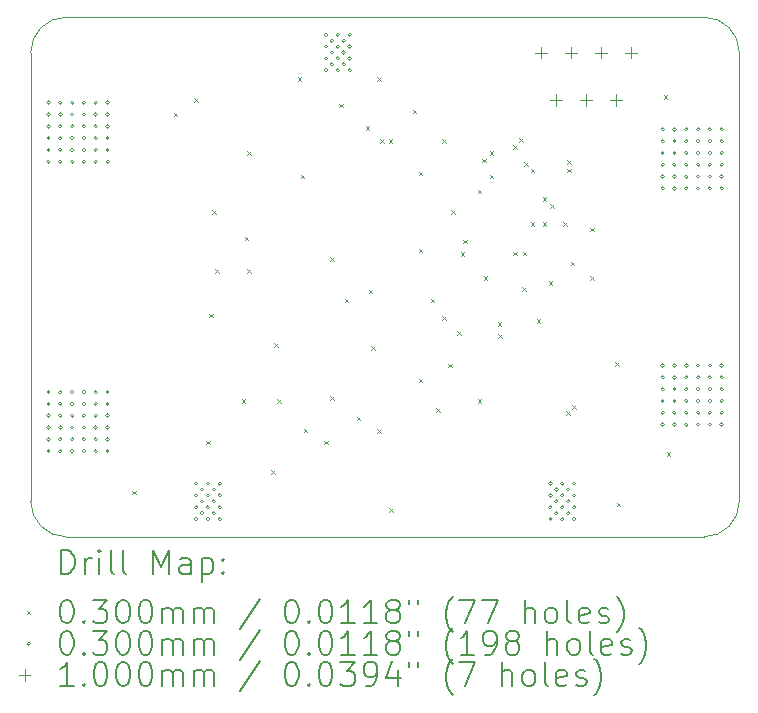
<source format=gbr>
%TF.GenerationSoftware,KiCad,Pcbnew,9.0.1*%
%TF.CreationDate,2025-05-07T20:41:23+02:00*%
%TF.ProjectId,resistive-BMS-4s,72657369-7374-4697-9665-2d424d532d34,rev?*%
%TF.SameCoordinates,Original*%
%TF.FileFunction,Drillmap*%
%TF.FilePolarity,Positive*%
%FSLAX45Y45*%
G04 Gerber Fmt 4.5, Leading zero omitted, Abs format (unit mm)*
G04 Created by KiCad (PCBNEW 9.0.1) date 2025-05-07 20:41:23*
%MOMM*%
%LPD*%
G01*
G04 APERTURE LIST*
%ADD10C,0.050000*%
%ADD11C,0.200000*%
%ADD12C,0.100000*%
G04 APERTURE END LIST*
D10*
X7000000Y-11900000D02*
X7000000Y-8100000D01*
X7300000Y-12200000D02*
G75*
G02*
X7000000Y-11900000I0J300000D01*
G01*
X13000000Y-8100000D02*
X13000000Y-11900000D01*
X12700000Y-12200000D02*
X7300000Y-12200000D01*
X7300000Y-7800000D02*
X12700000Y-7800000D01*
X12700000Y-7800000D02*
G75*
G02*
X13000000Y-8100000I0J-300000D01*
G01*
X13000000Y-11900000D02*
G75*
G02*
X12700000Y-12200000I-300000J0D01*
G01*
X7000000Y-8100000D02*
G75*
G02*
X7300000Y-7800000I300000J0D01*
G01*
D11*
D12*
X7860000Y-11810000D02*
X7890000Y-11840000D01*
X7890000Y-11810000D02*
X7860000Y-11840000D01*
X8210000Y-8610000D02*
X8240000Y-8640000D01*
X8240000Y-8610000D02*
X8210000Y-8640000D01*
X8385000Y-8485000D02*
X8415000Y-8515000D01*
X8415000Y-8485000D02*
X8385000Y-8515000D01*
X8485000Y-11385000D02*
X8515000Y-11415000D01*
X8515000Y-11385000D02*
X8485000Y-11415000D01*
X8510000Y-10310000D02*
X8540000Y-10340000D01*
X8540000Y-10310000D02*
X8510000Y-10340000D01*
X8535000Y-9435000D02*
X8565000Y-9465000D01*
X8565000Y-9435000D02*
X8535000Y-9465000D01*
X8560000Y-9935000D02*
X8590000Y-9965000D01*
X8590000Y-9935000D02*
X8560000Y-9965000D01*
X8785000Y-11035000D02*
X8815000Y-11065000D01*
X8815000Y-11035000D02*
X8785000Y-11065000D01*
X8810000Y-9660000D02*
X8840000Y-9690000D01*
X8840000Y-9660000D02*
X8810000Y-9690000D01*
X8835000Y-8935000D02*
X8865000Y-8965000D01*
X8865000Y-8935000D02*
X8835000Y-8965000D01*
X8835000Y-9935000D02*
X8865000Y-9965000D01*
X8865000Y-9935000D02*
X8835000Y-9965000D01*
X9035000Y-11635000D02*
X9065000Y-11665000D01*
X9065000Y-11635000D02*
X9035000Y-11665000D01*
X9060000Y-10560000D02*
X9090000Y-10590000D01*
X9090000Y-10560000D02*
X9060000Y-10590000D01*
X9085000Y-11035000D02*
X9115000Y-11065000D01*
X9115000Y-11035000D02*
X9085000Y-11065000D01*
X9260000Y-8310000D02*
X9290000Y-8340000D01*
X9290000Y-8310000D02*
X9260000Y-8340000D01*
X9285000Y-9135000D02*
X9315000Y-9165000D01*
X9315000Y-9135000D02*
X9285000Y-9165000D01*
X9310000Y-11285000D02*
X9340000Y-11315000D01*
X9340000Y-11285000D02*
X9310000Y-11315000D01*
X9485000Y-11385000D02*
X9515000Y-11415000D01*
X9515000Y-11385000D02*
X9485000Y-11415000D01*
X9535000Y-9835000D02*
X9565000Y-9865000D01*
X9565000Y-9835000D02*
X9535000Y-9865000D01*
X9535000Y-11010000D02*
X9565000Y-11040000D01*
X9565000Y-11010000D02*
X9535000Y-11040000D01*
X9610000Y-8535000D02*
X9640000Y-8565000D01*
X9640000Y-8535000D02*
X9610000Y-8565000D01*
X9660000Y-10185000D02*
X9690000Y-10215000D01*
X9690000Y-10185000D02*
X9660000Y-10215000D01*
X9760000Y-11185000D02*
X9790000Y-11215000D01*
X9790000Y-11185000D02*
X9760000Y-11215000D01*
X9835000Y-8725000D02*
X9865000Y-8755000D01*
X9865000Y-8725000D02*
X9835000Y-8755000D01*
X9860000Y-10110000D02*
X9890000Y-10140000D01*
X9890000Y-10110000D02*
X9860000Y-10140000D01*
X9885000Y-10585000D02*
X9915000Y-10615000D01*
X9915000Y-10585000D02*
X9885000Y-10615000D01*
X9935000Y-8310000D02*
X9965000Y-8340000D01*
X9965000Y-8310000D02*
X9935000Y-8340000D01*
X9935000Y-11290000D02*
X9965000Y-11320000D01*
X9965000Y-11290000D02*
X9935000Y-11320000D01*
X9960000Y-8835000D02*
X9990000Y-8865000D01*
X9990000Y-8835000D02*
X9960000Y-8865000D01*
X10030100Y-8835000D02*
X10060100Y-8865000D01*
X10060100Y-8835000D02*
X10030100Y-8865000D01*
X10035000Y-11960000D02*
X10065000Y-11990000D01*
X10065000Y-11960000D02*
X10035000Y-11990000D01*
X10235000Y-8585000D02*
X10265000Y-8615000D01*
X10265000Y-8585000D02*
X10235000Y-8615000D01*
X10285000Y-9110000D02*
X10315000Y-9140000D01*
X10315000Y-9110000D02*
X10285000Y-9140000D01*
X10285000Y-9760000D02*
X10315000Y-9790000D01*
X10315000Y-9760000D02*
X10285000Y-9790000D01*
X10285000Y-10860000D02*
X10315000Y-10890000D01*
X10315000Y-10860000D02*
X10285000Y-10890000D01*
X10385000Y-10185000D02*
X10415000Y-10215000D01*
X10415000Y-10185000D02*
X10385000Y-10215000D01*
X10435000Y-11110000D02*
X10465000Y-11140000D01*
X10465000Y-11110000D02*
X10435000Y-11140000D01*
X10482056Y-10332056D02*
X10512056Y-10362056D01*
X10512056Y-10332056D02*
X10482056Y-10362056D01*
X10485000Y-8835000D02*
X10515000Y-8865000D01*
X10515000Y-8835000D02*
X10485000Y-8865000D01*
X10535000Y-10735000D02*
X10565000Y-10765000D01*
X10565000Y-10735000D02*
X10535000Y-10765000D01*
X10560000Y-9435000D02*
X10590000Y-9465000D01*
X10590000Y-9435000D02*
X10560000Y-9465000D01*
X10610000Y-10460000D02*
X10640000Y-10490000D01*
X10640000Y-10460000D02*
X10610000Y-10490000D01*
X10641694Y-9791694D02*
X10671694Y-9821694D01*
X10671694Y-9791694D02*
X10641694Y-9821694D01*
X10660000Y-9685000D02*
X10690000Y-9715000D01*
X10690000Y-9685000D02*
X10660000Y-9715000D01*
X10785000Y-9260000D02*
X10815000Y-9290000D01*
X10815000Y-9260000D02*
X10785000Y-9290000D01*
X10785000Y-11033221D02*
X10815000Y-11063221D01*
X10815000Y-11033221D02*
X10785000Y-11063221D01*
X10822500Y-8997500D02*
X10852500Y-9027500D01*
X10852500Y-8997500D02*
X10822500Y-9027500D01*
X10835000Y-9996031D02*
X10865000Y-10026031D01*
X10865000Y-9996031D02*
X10835000Y-10026031D01*
X10885000Y-9135000D02*
X10915000Y-9165000D01*
X10915000Y-9135000D02*
X10885000Y-9165000D01*
X10885012Y-8935012D02*
X10915012Y-8965012D01*
X10915012Y-8935012D02*
X10885012Y-8965012D01*
X10953185Y-10382218D02*
X10983185Y-10412218D01*
X10983185Y-10382218D02*
X10953185Y-10412218D01*
X10960000Y-10485000D02*
X10990000Y-10515000D01*
X10990000Y-10485000D02*
X10960000Y-10515000D01*
X11085000Y-8885000D02*
X11115000Y-8915000D01*
X11115000Y-8885000D02*
X11085000Y-8915000D01*
X11085000Y-9785000D02*
X11115000Y-9815000D01*
X11115000Y-9785000D02*
X11085000Y-9815000D01*
X11137505Y-8824082D02*
X11167505Y-8854082D01*
X11167505Y-8824082D02*
X11137505Y-8854082D01*
X11160000Y-10085000D02*
X11190000Y-10115000D01*
X11190000Y-10085000D02*
X11160000Y-10115000D01*
X11165000Y-9785000D02*
X11195000Y-9815000D01*
X11195000Y-9785000D02*
X11165000Y-9815000D01*
X11178431Y-9028431D02*
X11208431Y-9058431D01*
X11208431Y-9028431D02*
X11178431Y-9058431D01*
X11235000Y-9085000D02*
X11265000Y-9115000D01*
X11265000Y-9085000D02*
X11235000Y-9115000D01*
X11235000Y-9535000D02*
X11265000Y-9565000D01*
X11265000Y-9535000D02*
X11235000Y-9565000D01*
X11285000Y-10360000D02*
X11315000Y-10390000D01*
X11315000Y-10360000D02*
X11285000Y-10390000D01*
X11335000Y-9325000D02*
X11365000Y-9355000D01*
X11365000Y-9325000D02*
X11335000Y-9355000D01*
X11335000Y-9535000D02*
X11365000Y-9565000D01*
X11365000Y-9535000D02*
X11335000Y-9565000D01*
X11385000Y-10035000D02*
X11415000Y-10065000D01*
X11415000Y-10035000D02*
X11385000Y-10065000D01*
X11400000Y-9385000D02*
X11430000Y-9415000D01*
X11430000Y-9385000D02*
X11400000Y-9415000D01*
X11510000Y-9535000D02*
X11540000Y-9565000D01*
X11540000Y-9535000D02*
X11510000Y-9565000D01*
X11535000Y-11135000D02*
X11565000Y-11165000D01*
X11565000Y-11135000D02*
X11535000Y-11165000D01*
X11540100Y-9010000D02*
X11570100Y-9040000D01*
X11570100Y-9010000D02*
X11540100Y-9040000D01*
X11540100Y-9085000D02*
X11570100Y-9115000D01*
X11570100Y-9085000D02*
X11540100Y-9115000D01*
X11571250Y-9871250D02*
X11601250Y-9901250D01*
X11601250Y-9871250D02*
X11571250Y-9901250D01*
X11585000Y-11085000D02*
X11615000Y-11115000D01*
X11615000Y-11085000D02*
X11585000Y-11115000D01*
X11735000Y-9585000D02*
X11765000Y-9615000D01*
X11765000Y-9585000D02*
X11735000Y-9615000D01*
X11735000Y-9995000D02*
X11765000Y-10025000D01*
X11765000Y-9995000D02*
X11735000Y-10025000D01*
X11947500Y-10722500D02*
X11977500Y-10752500D01*
X11977500Y-10722500D02*
X11947500Y-10752500D01*
X11960000Y-11910000D02*
X11990000Y-11940000D01*
X11990000Y-11910000D02*
X11960000Y-11940000D01*
X12360000Y-8460000D02*
X12390000Y-8490000D01*
X12390000Y-8460000D02*
X12360000Y-8490000D01*
X12385000Y-11485000D02*
X12415000Y-11515000D01*
X12415000Y-11485000D02*
X12385000Y-11515000D01*
X7165000Y-8525000D02*
G75*
G02*
X7135000Y-8525000I-15000J0D01*
G01*
X7135000Y-8525000D02*
G75*
G02*
X7165000Y-8525000I15000J0D01*
G01*
X7165000Y-8625000D02*
G75*
G02*
X7135000Y-8625000I-15000J0D01*
G01*
X7135000Y-8625000D02*
G75*
G02*
X7165000Y-8625000I15000J0D01*
G01*
X7165000Y-8725000D02*
G75*
G02*
X7135000Y-8725000I-15000J0D01*
G01*
X7135000Y-8725000D02*
G75*
G02*
X7165000Y-8725000I15000J0D01*
G01*
X7165000Y-8825000D02*
G75*
G02*
X7135000Y-8825000I-15000J0D01*
G01*
X7135000Y-8825000D02*
G75*
G02*
X7165000Y-8825000I15000J0D01*
G01*
X7165000Y-8925000D02*
G75*
G02*
X7135000Y-8925000I-15000J0D01*
G01*
X7135000Y-8925000D02*
G75*
G02*
X7165000Y-8925000I15000J0D01*
G01*
X7165000Y-9025000D02*
G75*
G02*
X7135000Y-9025000I-15000J0D01*
G01*
X7135000Y-9025000D02*
G75*
G02*
X7165000Y-9025000I15000J0D01*
G01*
X7165000Y-10975000D02*
G75*
G02*
X7135000Y-10975000I-15000J0D01*
G01*
X7135000Y-10975000D02*
G75*
G02*
X7165000Y-10975000I15000J0D01*
G01*
X7165000Y-11075000D02*
G75*
G02*
X7135000Y-11075000I-15000J0D01*
G01*
X7135000Y-11075000D02*
G75*
G02*
X7165000Y-11075000I15000J0D01*
G01*
X7165000Y-11175000D02*
G75*
G02*
X7135000Y-11175000I-15000J0D01*
G01*
X7135000Y-11175000D02*
G75*
G02*
X7165000Y-11175000I15000J0D01*
G01*
X7165000Y-11275000D02*
G75*
G02*
X7135000Y-11275000I-15000J0D01*
G01*
X7135000Y-11275000D02*
G75*
G02*
X7165000Y-11275000I15000J0D01*
G01*
X7165000Y-11375000D02*
G75*
G02*
X7135000Y-11375000I-15000J0D01*
G01*
X7135000Y-11375000D02*
G75*
G02*
X7165000Y-11375000I15000J0D01*
G01*
X7165000Y-11475000D02*
G75*
G02*
X7135000Y-11475000I-15000J0D01*
G01*
X7135000Y-11475000D02*
G75*
G02*
X7165000Y-11475000I15000J0D01*
G01*
X7265000Y-8525000D02*
G75*
G02*
X7235000Y-8525000I-15000J0D01*
G01*
X7235000Y-8525000D02*
G75*
G02*
X7265000Y-8525000I15000J0D01*
G01*
X7265000Y-8625000D02*
G75*
G02*
X7235000Y-8625000I-15000J0D01*
G01*
X7235000Y-8625000D02*
G75*
G02*
X7265000Y-8625000I15000J0D01*
G01*
X7265000Y-8725000D02*
G75*
G02*
X7235000Y-8725000I-15000J0D01*
G01*
X7235000Y-8725000D02*
G75*
G02*
X7265000Y-8725000I15000J0D01*
G01*
X7265000Y-8825000D02*
G75*
G02*
X7235000Y-8825000I-15000J0D01*
G01*
X7235000Y-8825000D02*
G75*
G02*
X7265000Y-8825000I15000J0D01*
G01*
X7265000Y-8925000D02*
G75*
G02*
X7235000Y-8925000I-15000J0D01*
G01*
X7235000Y-8925000D02*
G75*
G02*
X7265000Y-8925000I15000J0D01*
G01*
X7265000Y-9025000D02*
G75*
G02*
X7235000Y-9025000I-15000J0D01*
G01*
X7235000Y-9025000D02*
G75*
G02*
X7265000Y-9025000I15000J0D01*
G01*
X7265000Y-10975000D02*
G75*
G02*
X7235000Y-10975000I-15000J0D01*
G01*
X7235000Y-10975000D02*
G75*
G02*
X7265000Y-10975000I15000J0D01*
G01*
X7265000Y-11075000D02*
G75*
G02*
X7235000Y-11075000I-15000J0D01*
G01*
X7235000Y-11075000D02*
G75*
G02*
X7265000Y-11075000I15000J0D01*
G01*
X7265000Y-11175000D02*
G75*
G02*
X7235000Y-11175000I-15000J0D01*
G01*
X7235000Y-11175000D02*
G75*
G02*
X7265000Y-11175000I15000J0D01*
G01*
X7265000Y-11275000D02*
G75*
G02*
X7235000Y-11275000I-15000J0D01*
G01*
X7235000Y-11275000D02*
G75*
G02*
X7265000Y-11275000I15000J0D01*
G01*
X7265000Y-11375000D02*
G75*
G02*
X7235000Y-11375000I-15000J0D01*
G01*
X7235000Y-11375000D02*
G75*
G02*
X7265000Y-11375000I15000J0D01*
G01*
X7265000Y-11475000D02*
G75*
G02*
X7235000Y-11475000I-15000J0D01*
G01*
X7235000Y-11475000D02*
G75*
G02*
X7265000Y-11475000I15000J0D01*
G01*
X7365000Y-8525000D02*
G75*
G02*
X7335000Y-8525000I-15000J0D01*
G01*
X7335000Y-8525000D02*
G75*
G02*
X7365000Y-8525000I15000J0D01*
G01*
X7365000Y-8625000D02*
G75*
G02*
X7335000Y-8625000I-15000J0D01*
G01*
X7335000Y-8625000D02*
G75*
G02*
X7365000Y-8625000I15000J0D01*
G01*
X7365000Y-8725000D02*
G75*
G02*
X7335000Y-8725000I-15000J0D01*
G01*
X7335000Y-8725000D02*
G75*
G02*
X7365000Y-8725000I15000J0D01*
G01*
X7365000Y-8825000D02*
G75*
G02*
X7335000Y-8825000I-15000J0D01*
G01*
X7335000Y-8825000D02*
G75*
G02*
X7365000Y-8825000I15000J0D01*
G01*
X7365000Y-8925000D02*
G75*
G02*
X7335000Y-8925000I-15000J0D01*
G01*
X7335000Y-8925000D02*
G75*
G02*
X7365000Y-8925000I15000J0D01*
G01*
X7365000Y-9025000D02*
G75*
G02*
X7335000Y-9025000I-15000J0D01*
G01*
X7335000Y-9025000D02*
G75*
G02*
X7365000Y-9025000I15000J0D01*
G01*
X7365000Y-10975000D02*
G75*
G02*
X7335000Y-10975000I-15000J0D01*
G01*
X7335000Y-10975000D02*
G75*
G02*
X7365000Y-10975000I15000J0D01*
G01*
X7365000Y-11075000D02*
G75*
G02*
X7335000Y-11075000I-15000J0D01*
G01*
X7335000Y-11075000D02*
G75*
G02*
X7365000Y-11075000I15000J0D01*
G01*
X7365000Y-11175000D02*
G75*
G02*
X7335000Y-11175000I-15000J0D01*
G01*
X7335000Y-11175000D02*
G75*
G02*
X7365000Y-11175000I15000J0D01*
G01*
X7365000Y-11275000D02*
G75*
G02*
X7335000Y-11275000I-15000J0D01*
G01*
X7335000Y-11275000D02*
G75*
G02*
X7365000Y-11275000I15000J0D01*
G01*
X7365000Y-11375000D02*
G75*
G02*
X7335000Y-11375000I-15000J0D01*
G01*
X7335000Y-11375000D02*
G75*
G02*
X7365000Y-11375000I15000J0D01*
G01*
X7365000Y-11475000D02*
G75*
G02*
X7335000Y-11475000I-15000J0D01*
G01*
X7335000Y-11475000D02*
G75*
G02*
X7365000Y-11475000I15000J0D01*
G01*
X7465000Y-8525000D02*
G75*
G02*
X7435000Y-8525000I-15000J0D01*
G01*
X7435000Y-8525000D02*
G75*
G02*
X7465000Y-8525000I15000J0D01*
G01*
X7465000Y-8625000D02*
G75*
G02*
X7435000Y-8625000I-15000J0D01*
G01*
X7435000Y-8625000D02*
G75*
G02*
X7465000Y-8625000I15000J0D01*
G01*
X7465000Y-8725000D02*
G75*
G02*
X7435000Y-8725000I-15000J0D01*
G01*
X7435000Y-8725000D02*
G75*
G02*
X7465000Y-8725000I15000J0D01*
G01*
X7465000Y-8825000D02*
G75*
G02*
X7435000Y-8825000I-15000J0D01*
G01*
X7435000Y-8825000D02*
G75*
G02*
X7465000Y-8825000I15000J0D01*
G01*
X7465000Y-8925000D02*
G75*
G02*
X7435000Y-8925000I-15000J0D01*
G01*
X7435000Y-8925000D02*
G75*
G02*
X7465000Y-8925000I15000J0D01*
G01*
X7465000Y-9025000D02*
G75*
G02*
X7435000Y-9025000I-15000J0D01*
G01*
X7435000Y-9025000D02*
G75*
G02*
X7465000Y-9025000I15000J0D01*
G01*
X7465000Y-10975000D02*
G75*
G02*
X7435000Y-10975000I-15000J0D01*
G01*
X7435000Y-10975000D02*
G75*
G02*
X7465000Y-10975000I15000J0D01*
G01*
X7465000Y-11075000D02*
G75*
G02*
X7435000Y-11075000I-15000J0D01*
G01*
X7435000Y-11075000D02*
G75*
G02*
X7465000Y-11075000I15000J0D01*
G01*
X7465000Y-11175000D02*
G75*
G02*
X7435000Y-11175000I-15000J0D01*
G01*
X7435000Y-11175000D02*
G75*
G02*
X7465000Y-11175000I15000J0D01*
G01*
X7465000Y-11275000D02*
G75*
G02*
X7435000Y-11275000I-15000J0D01*
G01*
X7435000Y-11275000D02*
G75*
G02*
X7465000Y-11275000I15000J0D01*
G01*
X7465000Y-11375000D02*
G75*
G02*
X7435000Y-11375000I-15000J0D01*
G01*
X7435000Y-11375000D02*
G75*
G02*
X7465000Y-11375000I15000J0D01*
G01*
X7465000Y-11475000D02*
G75*
G02*
X7435000Y-11475000I-15000J0D01*
G01*
X7435000Y-11475000D02*
G75*
G02*
X7465000Y-11475000I15000J0D01*
G01*
X7565000Y-8525000D02*
G75*
G02*
X7535000Y-8525000I-15000J0D01*
G01*
X7535000Y-8525000D02*
G75*
G02*
X7565000Y-8525000I15000J0D01*
G01*
X7565000Y-8625000D02*
G75*
G02*
X7535000Y-8625000I-15000J0D01*
G01*
X7535000Y-8625000D02*
G75*
G02*
X7565000Y-8625000I15000J0D01*
G01*
X7565000Y-8725000D02*
G75*
G02*
X7535000Y-8725000I-15000J0D01*
G01*
X7535000Y-8725000D02*
G75*
G02*
X7565000Y-8725000I15000J0D01*
G01*
X7565000Y-8825000D02*
G75*
G02*
X7535000Y-8825000I-15000J0D01*
G01*
X7535000Y-8825000D02*
G75*
G02*
X7565000Y-8825000I15000J0D01*
G01*
X7565000Y-8925000D02*
G75*
G02*
X7535000Y-8925000I-15000J0D01*
G01*
X7535000Y-8925000D02*
G75*
G02*
X7565000Y-8925000I15000J0D01*
G01*
X7565000Y-9025000D02*
G75*
G02*
X7535000Y-9025000I-15000J0D01*
G01*
X7535000Y-9025000D02*
G75*
G02*
X7565000Y-9025000I15000J0D01*
G01*
X7565000Y-10975000D02*
G75*
G02*
X7535000Y-10975000I-15000J0D01*
G01*
X7535000Y-10975000D02*
G75*
G02*
X7565000Y-10975000I15000J0D01*
G01*
X7565000Y-11075000D02*
G75*
G02*
X7535000Y-11075000I-15000J0D01*
G01*
X7535000Y-11075000D02*
G75*
G02*
X7565000Y-11075000I15000J0D01*
G01*
X7565000Y-11175000D02*
G75*
G02*
X7535000Y-11175000I-15000J0D01*
G01*
X7535000Y-11175000D02*
G75*
G02*
X7565000Y-11175000I15000J0D01*
G01*
X7565000Y-11275000D02*
G75*
G02*
X7535000Y-11275000I-15000J0D01*
G01*
X7535000Y-11275000D02*
G75*
G02*
X7565000Y-11275000I15000J0D01*
G01*
X7565000Y-11375000D02*
G75*
G02*
X7535000Y-11375000I-15000J0D01*
G01*
X7535000Y-11375000D02*
G75*
G02*
X7565000Y-11375000I15000J0D01*
G01*
X7565000Y-11475000D02*
G75*
G02*
X7535000Y-11475000I-15000J0D01*
G01*
X7535000Y-11475000D02*
G75*
G02*
X7565000Y-11475000I15000J0D01*
G01*
X7665000Y-8525000D02*
G75*
G02*
X7635000Y-8525000I-15000J0D01*
G01*
X7635000Y-8525000D02*
G75*
G02*
X7665000Y-8525000I15000J0D01*
G01*
X7665000Y-8625000D02*
G75*
G02*
X7635000Y-8625000I-15000J0D01*
G01*
X7635000Y-8625000D02*
G75*
G02*
X7665000Y-8625000I15000J0D01*
G01*
X7665000Y-8725000D02*
G75*
G02*
X7635000Y-8725000I-15000J0D01*
G01*
X7635000Y-8725000D02*
G75*
G02*
X7665000Y-8725000I15000J0D01*
G01*
X7665000Y-8825000D02*
G75*
G02*
X7635000Y-8825000I-15000J0D01*
G01*
X7635000Y-8825000D02*
G75*
G02*
X7665000Y-8825000I15000J0D01*
G01*
X7665000Y-8925000D02*
G75*
G02*
X7635000Y-8925000I-15000J0D01*
G01*
X7635000Y-8925000D02*
G75*
G02*
X7665000Y-8925000I15000J0D01*
G01*
X7665000Y-9025000D02*
G75*
G02*
X7635000Y-9025000I-15000J0D01*
G01*
X7635000Y-9025000D02*
G75*
G02*
X7665000Y-9025000I15000J0D01*
G01*
X7665000Y-10975000D02*
G75*
G02*
X7635000Y-10975000I-15000J0D01*
G01*
X7635000Y-10975000D02*
G75*
G02*
X7665000Y-10975000I15000J0D01*
G01*
X7665000Y-11075000D02*
G75*
G02*
X7635000Y-11075000I-15000J0D01*
G01*
X7635000Y-11075000D02*
G75*
G02*
X7665000Y-11075000I15000J0D01*
G01*
X7665000Y-11175000D02*
G75*
G02*
X7635000Y-11175000I-15000J0D01*
G01*
X7635000Y-11175000D02*
G75*
G02*
X7665000Y-11175000I15000J0D01*
G01*
X7665000Y-11275000D02*
G75*
G02*
X7635000Y-11275000I-15000J0D01*
G01*
X7635000Y-11275000D02*
G75*
G02*
X7665000Y-11275000I15000J0D01*
G01*
X7665000Y-11375000D02*
G75*
G02*
X7635000Y-11375000I-15000J0D01*
G01*
X7635000Y-11375000D02*
G75*
G02*
X7665000Y-11375000I15000J0D01*
G01*
X7665000Y-11475000D02*
G75*
G02*
X7635000Y-11475000I-15000J0D01*
G01*
X7635000Y-11475000D02*
G75*
G02*
X7665000Y-11475000I15000J0D01*
G01*
X8415000Y-11750000D02*
G75*
G02*
X8385000Y-11750000I-15000J0D01*
G01*
X8385000Y-11750000D02*
G75*
G02*
X8415000Y-11750000I15000J0D01*
G01*
X8415000Y-11850000D02*
G75*
G02*
X8385000Y-11850000I-15000J0D01*
G01*
X8385000Y-11850000D02*
G75*
G02*
X8415000Y-11850000I15000J0D01*
G01*
X8415000Y-11950000D02*
G75*
G02*
X8385000Y-11950000I-15000J0D01*
G01*
X8385000Y-11950000D02*
G75*
G02*
X8415000Y-11950000I15000J0D01*
G01*
X8415000Y-12050000D02*
G75*
G02*
X8385000Y-12050000I-15000J0D01*
G01*
X8385000Y-12050000D02*
G75*
G02*
X8415000Y-12050000I15000J0D01*
G01*
X8465000Y-11800000D02*
G75*
G02*
X8435000Y-11800000I-15000J0D01*
G01*
X8435000Y-11800000D02*
G75*
G02*
X8465000Y-11800000I15000J0D01*
G01*
X8465000Y-11900000D02*
G75*
G02*
X8435000Y-11900000I-15000J0D01*
G01*
X8435000Y-11900000D02*
G75*
G02*
X8465000Y-11900000I15000J0D01*
G01*
X8465000Y-12000000D02*
G75*
G02*
X8435000Y-12000000I-15000J0D01*
G01*
X8435000Y-12000000D02*
G75*
G02*
X8465000Y-12000000I15000J0D01*
G01*
X8515000Y-11750000D02*
G75*
G02*
X8485000Y-11750000I-15000J0D01*
G01*
X8485000Y-11750000D02*
G75*
G02*
X8515000Y-11750000I15000J0D01*
G01*
X8515000Y-11850000D02*
G75*
G02*
X8485000Y-11850000I-15000J0D01*
G01*
X8485000Y-11850000D02*
G75*
G02*
X8515000Y-11850000I15000J0D01*
G01*
X8515000Y-11950000D02*
G75*
G02*
X8485000Y-11950000I-15000J0D01*
G01*
X8485000Y-11950000D02*
G75*
G02*
X8515000Y-11950000I15000J0D01*
G01*
X8515000Y-12050000D02*
G75*
G02*
X8485000Y-12050000I-15000J0D01*
G01*
X8485000Y-12050000D02*
G75*
G02*
X8515000Y-12050000I15000J0D01*
G01*
X8565000Y-11800000D02*
G75*
G02*
X8535000Y-11800000I-15000J0D01*
G01*
X8535000Y-11800000D02*
G75*
G02*
X8565000Y-11800000I15000J0D01*
G01*
X8565000Y-11900000D02*
G75*
G02*
X8535000Y-11900000I-15000J0D01*
G01*
X8535000Y-11900000D02*
G75*
G02*
X8565000Y-11900000I15000J0D01*
G01*
X8565000Y-12000000D02*
G75*
G02*
X8535000Y-12000000I-15000J0D01*
G01*
X8535000Y-12000000D02*
G75*
G02*
X8565000Y-12000000I15000J0D01*
G01*
X8615000Y-11750000D02*
G75*
G02*
X8585000Y-11750000I-15000J0D01*
G01*
X8585000Y-11750000D02*
G75*
G02*
X8615000Y-11750000I15000J0D01*
G01*
X8615000Y-11850000D02*
G75*
G02*
X8585000Y-11850000I-15000J0D01*
G01*
X8585000Y-11850000D02*
G75*
G02*
X8615000Y-11850000I15000J0D01*
G01*
X8615000Y-11950000D02*
G75*
G02*
X8585000Y-11950000I-15000J0D01*
G01*
X8585000Y-11950000D02*
G75*
G02*
X8615000Y-11950000I15000J0D01*
G01*
X8615000Y-12050000D02*
G75*
G02*
X8585000Y-12050000I-15000J0D01*
G01*
X8585000Y-12050000D02*
G75*
G02*
X8615000Y-12050000I15000J0D01*
G01*
X9515000Y-7950000D02*
G75*
G02*
X9485000Y-7950000I-15000J0D01*
G01*
X9485000Y-7950000D02*
G75*
G02*
X9515000Y-7950000I15000J0D01*
G01*
X9515000Y-8050000D02*
G75*
G02*
X9485000Y-8050000I-15000J0D01*
G01*
X9485000Y-8050000D02*
G75*
G02*
X9515000Y-8050000I15000J0D01*
G01*
X9515000Y-8150000D02*
G75*
G02*
X9485000Y-8150000I-15000J0D01*
G01*
X9485000Y-8150000D02*
G75*
G02*
X9515000Y-8150000I15000J0D01*
G01*
X9515000Y-8250000D02*
G75*
G02*
X9485000Y-8250000I-15000J0D01*
G01*
X9485000Y-8250000D02*
G75*
G02*
X9515000Y-8250000I15000J0D01*
G01*
X9565000Y-8000000D02*
G75*
G02*
X9535000Y-8000000I-15000J0D01*
G01*
X9535000Y-8000000D02*
G75*
G02*
X9565000Y-8000000I15000J0D01*
G01*
X9565000Y-8100000D02*
G75*
G02*
X9535000Y-8100000I-15000J0D01*
G01*
X9535000Y-8100000D02*
G75*
G02*
X9565000Y-8100000I15000J0D01*
G01*
X9565000Y-8200000D02*
G75*
G02*
X9535000Y-8200000I-15000J0D01*
G01*
X9535000Y-8200000D02*
G75*
G02*
X9565000Y-8200000I15000J0D01*
G01*
X9615000Y-7950000D02*
G75*
G02*
X9585000Y-7950000I-15000J0D01*
G01*
X9585000Y-7950000D02*
G75*
G02*
X9615000Y-7950000I15000J0D01*
G01*
X9615000Y-8050000D02*
G75*
G02*
X9585000Y-8050000I-15000J0D01*
G01*
X9585000Y-8050000D02*
G75*
G02*
X9615000Y-8050000I15000J0D01*
G01*
X9615000Y-8150000D02*
G75*
G02*
X9585000Y-8150000I-15000J0D01*
G01*
X9585000Y-8150000D02*
G75*
G02*
X9615000Y-8150000I15000J0D01*
G01*
X9615000Y-8250000D02*
G75*
G02*
X9585000Y-8250000I-15000J0D01*
G01*
X9585000Y-8250000D02*
G75*
G02*
X9615000Y-8250000I15000J0D01*
G01*
X9665000Y-8000000D02*
G75*
G02*
X9635000Y-8000000I-15000J0D01*
G01*
X9635000Y-8000000D02*
G75*
G02*
X9665000Y-8000000I15000J0D01*
G01*
X9665000Y-8100000D02*
G75*
G02*
X9635000Y-8100000I-15000J0D01*
G01*
X9635000Y-8100000D02*
G75*
G02*
X9665000Y-8100000I15000J0D01*
G01*
X9665000Y-8200000D02*
G75*
G02*
X9635000Y-8200000I-15000J0D01*
G01*
X9635000Y-8200000D02*
G75*
G02*
X9665000Y-8200000I15000J0D01*
G01*
X9715000Y-7950000D02*
G75*
G02*
X9685000Y-7950000I-15000J0D01*
G01*
X9685000Y-7950000D02*
G75*
G02*
X9715000Y-7950000I15000J0D01*
G01*
X9715000Y-8050000D02*
G75*
G02*
X9685000Y-8050000I-15000J0D01*
G01*
X9685000Y-8050000D02*
G75*
G02*
X9715000Y-8050000I15000J0D01*
G01*
X9715000Y-8150000D02*
G75*
G02*
X9685000Y-8150000I-15000J0D01*
G01*
X9685000Y-8150000D02*
G75*
G02*
X9715000Y-8150000I15000J0D01*
G01*
X9715000Y-8250000D02*
G75*
G02*
X9685000Y-8250000I-15000J0D01*
G01*
X9685000Y-8250000D02*
G75*
G02*
X9715000Y-8250000I15000J0D01*
G01*
X11415000Y-11750000D02*
G75*
G02*
X11385000Y-11750000I-15000J0D01*
G01*
X11385000Y-11750000D02*
G75*
G02*
X11415000Y-11750000I15000J0D01*
G01*
X11415000Y-11850000D02*
G75*
G02*
X11385000Y-11850000I-15000J0D01*
G01*
X11385000Y-11850000D02*
G75*
G02*
X11415000Y-11850000I15000J0D01*
G01*
X11415000Y-11950000D02*
G75*
G02*
X11385000Y-11950000I-15000J0D01*
G01*
X11385000Y-11950000D02*
G75*
G02*
X11415000Y-11950000I15000J0D01*
G01*
X11415000Y-12050000D02*
G75*
G02*
X11385000Y-12050000I-15000J0D01*
G01*
X11385000Y-12050000D02*
G75*
G02*
X11415000Y-12050000I15000J0D01*
G01*
X11465000Y-11800000D02*
G75*
G02*
X11435000Y-11800000I-15000J0D01*
G01*
X11435000Y-11800000D02*
G75*
G02*
X11465000Y-11800000I15000J0D01*
G01*
X11465000Y-11900000D02*
G75*
G02*
X11435000Y-11900000I-15000J0D01*
G01*
X11435000Y-11900000D02*
G75*
G02*
X11465000Y-11900000I15000J0D01*
G01*
X11465000Y-12000000D02*
G75*
G02*
X11435000Y-12000000I-15000J0D01*
G01*
X11435000Y-12000000D02*
G75*
G02*
X11465000Y-12000000I15000J0D01*
G01*
X11515000Y-11750000D02*
G75*
G02*
X11485000Y-11750000I-15000J0D01*
G01*
X11485000Y-11750000D02*
G75*
G02*
X11515000Y-11750000I15000J0D01*
G01*
X11515000Y-11850000D02*
G75*
G02*
X11485000Y-11850000I-15000J0D01*
G01*
X11485000Y-11850000D02*
G75*
G02*
X11515000Y-11850000I15000J0D01*
G01*
X11515000Y-11950000D02*
G75*
G02*
X11485000Y-11950000I-15000J0D01*
G01*
X11485000Y-11950000D02*
G75*
G02*
X11515000Y-11950000I15000J0D01*
G01*
X11515000Y-12050000D02*
G75*
G02*
X11485000Y-12050000I-15000J0D01*
G01*
X11485000Y-12050000D02*
G75*
G02*
X11515000Y-12050000I15000J0D01*
G01*
X11565000Y-11800000D02*
G75*
G02*
X11535000Y-11800000I-15000J0D01*
G01*
X11535000Y-11800000D02*
G75*
G02*
X11565000Y-11800000I15000J0D01*
G01*
X11565000Y-11900000D02*
G75*
G02*
X11535000Y-11900000I-15000J0D01*
G01*
X11535000Y-11900000D02*
G75*
G02*
X11565000Y-11900000I15000J0D01*
G01*
X11565000Y-12000000D02*
G75*
G02*
X11535000Y-12000000I-15000J0D01*
G01*
X11535000Y-12000000D02*
G75*
G02*
X11565000Y-12000000I15000J0D01*
G01*
X11615000Y-11750000D02*
G75*
G02*
X11585000Y-11750000I-15000J0D01*
G01*
X11585000Y-11750000D02*
G75*
G02*
X11615000Y-11750000I15000J0D01*
G01*
X11615000Y-11850000D02*
G75*
G02*
X11585000Y-11850000I-15000J0D01*
G01*
X11585000Y-11850000D02*
G75*
G02*
X11615000Y-11850000I15000J0D01*
G01*
X11615000Y-11950000D02*
G75*
G02*
X11585000Y-11950000I-15000J0D01*
G01*
X11585000Y-11950000D02*
G75*
G02*
X11615000Y-11950000I15000J0D01*
G01*
X11615000Y-12050000D02*
G75*
G02*
X11585000Y-12050000I-15000J0D01*
G01*
X11585000Y-12050000D02*
G75*
G02*
X11615000Y-12050000I15000J0D01*
G01*
X12365000Y-8750000D02*
G75*
G02*
X12335000Y-8750000I-15000J0D01*
G01*
X12335000Y-8750000D02*
G75*
G02*
X12365000Y-8750000I15000J0D01*
G01*
X12365000Y-8850000D02*
G75*
G02*
X12335000Y-8850000I-15000J0D01*
G01*
X12335000Y-8850000D02*
G75*
G02*
X12365000Y-8850000I15000J0D01*
G01*
X12365000Y-8950000D02*
G75*
G02*
X12335000Y-8950000I-15000J0D01*
G01*
X12335000Y-8950000D02*
G75*
G02*
X12365000Y-8950000I15000J0D01*
G01*
X12365000Y-9050000D02*
G75*
G02*
X12335000Y-9050000I-15000J0D01*
G01*
X12335000Y-9050000D02*
G75*
G02*
X12365000Y-9050000I15000J0D01*
G01*
X12365000Y-9150000D02*
G75*
G02*
X12335000Y-9150000I-15000J0D01*
G01*
X12335000Y-9150000D02*
G75*
G02*
X12365000Y-9150000I15000J0D01*
G01*
X12365000Y-9250000D02*
G75*
G02*
X12335000Y-9250000I-15000J0D01*
G01*
X12335000Y-9250000D02*
G75*
G02*
X12365000Y-9250000I15000J0D01*
G01*
X12365000Y-10750000D02*
G75*
G02*
X12335000Y-10750000I-15000J0D01*
G01*
X12335000Y-10750000D02*
G75*
G02*
X12365000Y-10750000I15000J0D01*
G01*
X12365000Y-10850000D02*
G75*
G02*
X12335000Y-10850000I-15000J0D01*
G01*
X12335000Y-10850000D02*
G75*
G02*
X12365000Y-10850000I15000J0D01*
G01*
X12365000Y-10950000D02*
G75*
G02*
X12335000Y-10950000I-15000J0D01*
G01*
X12335000Y-10950000D02*
G75*
G02*
X12365000Y-10950000I15000J0D01*
G01*
X12365000Y-11050000D02*
G75*
G02*
X12335000Y-11050000I-15000J0D01*
G01*
X12335000Y-11050000D02*
G75*
G02*
X12365000Y-11050000I15000J0D01*
G01*
X12365000Y-11150000D02*
G75*
G02*
X12335000Y-11150000I-15000J0D01*
G01*
X12335000Y-11150000D02*
G75*
G02*
X12365000Y-11150000I15000J0D01*
G01*
X12365000Y-11250000D02*
G75*
G02*
X12335000Y-11250000I-15000J0D01*
G01*
X12335000Y-11250000D02*
G75*
G02*
X12365000Y-11250000I15000J0D01*
G01*
X12465000Y-8750000D02*
G75*
G02*
X12435000Y-8750000I-15000J0D01*
G01*
X12435000Y-8750000D02*
G75*
G02*
X12465000Y-8750000I15000J0D01*
G01*
X12465000Y-8850000D02*
G75*
G02*
X12435000Y-8850000I-15000J0D01*
G01*
X12435000Y-8850000D02*
G75*
G02*
X12465000Y-8850000I15000J0D01*
G01*
X12465000Y-8950000D02*
G75*
G02*
X12435000Y-8950000I-15000J0D01*
G01*
X12435000Y-8950000D02*
G75*
G02*
X12465000Y-8950000I15000J0D01*
G01*
X12465000Y-9050000D02*
G75*
G02*
X12435000Y-9050000I-15000J0D01*
G01*
X12435000Y-9050000D02*
G75*
G02*
X12465000Y-9050000I15000J0D01*
G01*
X12465000Y-9150000D02*
G75*
G02*
X12435000Y-9150000I-15000J0D01*
G01*
X12435000Y-9150000D02*
G75*
G02*
X12465000Y-9150000I15000J0D01*
G01*
X12465000Y-9250000D02*
G75*
G02*
X12435000Y-9250000I-15000J0D01*
G01*
X12435000Y-9250000D02*
G75*
G02*
X12465000Y-9250000I15000J0D01*
G01*
X12465000Y-10750000D02*
G75*
G02*
X12435000Y-10750000I-15000J0D01*
G01*
X12435000Y-10750000D02*
G75*
G02*
X12465000Y-10750000I15000J0D01*
G01*
X12465000Y-10850000D02*
G75*
G02*
X12435000Y-10850000I-15000J0D01*
G01*
X12435000Y-10850000D02*
G75*
G02*
X12465000Y-10850000I15000J0D01*
G01*
X12465000Y-10950000D02*
G75*
G02*
X12435000Y-10950000I-15000J0D01*
G01*
X12435000Y-10950000D02*
G75*
G02*
X12465000Y-10950000I15000J0D01*
G01*
X12465000Y-11050000D02*
G75*
G02*
X12435000Y-11050000I-15000J0D01*
G01*
X12435000Y-11050000D02*
G75*
G02*
X12465000Y-11050000I15000J0D01*
G01*
X12465000Y-11150000D02*
G75*
G02*
X12435000Y-11150000I-15000J0D01*
G01*
X12435000Y-11150000D02*
G75*
G02*
X12465000Y-11150000I15000J0D01*
G01*
X12465000Y-11250000D02*
G75*
G02*
X12435000Y-11250000I-15000J0D01*
G01*
X12435000Y-11250000D02*
G75*
G02*
X12465000Y-11250000I15000J0D01*
G01*
X12565000Y-8750000D02*
G75*
G02*
X12535000Y-8750000I-15000J0D01*
G01*
X12535000Y-8750000D02*
G75*
G02*
X12565000Y-8750000I15000J0D01*
G01*
X12565000Y-8850000D02*
G75*
G02*
X12535000Y-8850000I-15000J0D01*
G01*
X12535000Y-8850000D02*
G75*
G02*
X12565000Y-8850000I15000J0D01*
G01*
X12565000Y-8950000D02*
G75*
G02*
X12535000Y-8950000I-15000J0D01*
G01*
X12535000Y-8950000D02*
G75*
G02*
X12565000Y-8950000I15000J0D01*
G01*
X12565000Y-9050000D02*
G75*
G02*
X12535000Y-9050000I-15000J0D01*
G01*
X12535000Y-9050000D02*
G75*
G02*
X12565000Y-9050000I15000J0D01*
G01*
X12565000Y-9150000D02*
G75*
G02*
X12535000Y-9150000I-15000J0D01*
G01*
X12535000Y-9150000D02*
G75*
G02*
X12565000Y-9150000I15000J0D01*
G01*
X12565000Y-9250000D02*
G75*
G02*
X12535000Y-9250000I-15000J0D01*
G01*
X12535000Y-9250000D02*
G75*
G02*
X12565000Y-9250000I15000J0D01*
G01*
X12565000Y-10750000D02*
G75*
G02*
X12535000Y-10750000I-15000J0D01*
G01*
X12535000Y-10750000D02*
G75*
G02*
X12565000Y-10750000I15000J0D01*
G01*
X12565000Y-10850000D02*
G75*
G02*
X12535000Y-10850000I-15000J0D01*
G01*
X12535000Y-10850000D02*
G75*
G02*
X12565000Y-10850000I15000J0D01*
G01*
X12565000Y-10950000D02*
G75*
G02*
X12535000Y-10950000I-15000J0D01*
G01*
X12535000Y-10950000D02*
G75*
G02*
X12565000Y-10950000I15000J0D01*
G01*
X12565000Y-11050000D02*
G75*
G02*
X12535000Y-11050000I-15000J0D01*
G01*
X12535000Y-11050000D02*
G75*
G02*
X12565000Y-11050000I15000J0D01*
G01*
X12565000Y-11150000D02*
G75*
G02*
X12535000Y-11150000I-15000J0D01*
G01*
X12535000Y-11150000D02*
G75*
G02*
X12565000Y-11150000I15000J0D01*
G01*
X12565000Y-11250000D02*
G75*
G02*
X12535000Y-11250000I-15000J0D01*
G01*
X12535000Y-11250000D02*
G75*
G02*
X12565000Y-11250000I15000J0D01*
G01*
X12665000Y-8750000D02*
G75*
G02*
X12635000Y-8750000I-15000J0D01*
G01*
X12635000Y-8750000D02*
G75*
G02*
X12665000Y-8750000I15000J0D01*
G01*
X12665000Y-8850000D02*
G75*
G02*
X12635000Y-8850000I-15000J0D01*
G01*
X12635000Y-8850000D02*
G75*
G02*
X12665000Y-8850000I15000J0D01*
G01*
X12665000Y-8950000D02*
G75*
G02*
X12635000Y-8950000I-15000J0D01*
G01*
X12635000Y-8950000D02*
G75*
G02*
X12665000Y-8950000I15000J0D01*
G01*
X12665000Y-9050000D02*
G75*
G02*
X12635000Y-9050000I-15000J0D01*
G01*
X12635000Y-9050000D02*
G75*
G02*
X12665000Y-9050000I15000J0D01*
G01*
X12665000Y-9150000D02*
G75*
G02*
X12635000Y-9150000I-15000J0D01*
G01*
X12635000Y-9150000D02*
G75*
G02*
X12665000Y-9150000I15000J0D01*
G01*
X12665000Y-9250000D02*
G75*
G02*
X12635000Y-9250000I-15000J0D01*
G01*
X12635000Y-9250000D02*
G75*
G02*
X12665000Y-9250000I15000J0D01*
G01*
X12665000Y-10750000D02*
G75*
G02*
X12635000Y-10750000I-15000J0D01*
G01*
X12635000Y-10750000D02*
G75*
G02*
X12665000Y-10750000I15000J0D01*
G01*
X12665000Y-10850000D02*
G75*
G02*
X12635000Y-10850000I-15000J0D01*
G01*
X12635000Y-10850000D02*
G75*
G02*
X12665000Y-10850000I15000J0D01*
G01*
X12665000Y-10950000D02*
G75*
G02*
X12635000Y-10950000I-15000J0D01*
G01*
X12635000Y-10950000D02*
G75*
G02*
X12665000Y-10950000I15000J0D01*
G01*
X12665000Y-11050000D02*
G75*
G02*
X12635000Y-11050000I-15000J0D01*
G01*
X12635000Y-11050000D02*
G75*
G02*
X12665000Y-11050000I15000J0D01*
G01*
X12665000Y-11150000D02*
G75*
G02*
X12635000Y-11150000I-15000J0D01*
G01*
X12635000Y-11150000D02*
G75*
G02*
X12665000Y-11150000I15000J0D01*
G01*
X12665000Y-11250000D02*
G75*
G02*
X12635000Y-11250000I-15000J0D01*
G01*
X12635000Y-11250000D02*
G75*
G02*
X12665000Y-11250000I15000J0D01*
G01*
X12765000Y-8750000D02*
G75*
G02*
X12735000Y-8750000I-15000J0D01*
G01*
X12735000Y-8750000D02*
G75*
G02*
X12765000Y-8750000I15000J0D01*
G01*
X12765000Y-8850000D02*
G75*
G02*
X12735000Y-8850000I-15000J0D01*
G01*
X12735000Y-8850000D02*
G75*
G02*
X12765000Y-8850000I15000J0D01*
G01*
X12765000Y-8950000D02*
G75*
G02*
X12735000Y-8950000I-15000J0D01*
G01*
X12735000Y-8950000D02*
G75*
G02*
X12765000Y-8950000I15000J0D01*
G01*
X12765000Y-9050000D02*
G75*
G02*
X12735000Y-9050000I-15000J0D01*
G01*
X12735000Y-9050000D02*
G75*
G02*
X12765000Y-9050000I15000J0D01*
G01*
X12765000Y-9150000D02*
G75*
G02*
X12735000Y-9150000I-15000J0D01*
G01*
X12735000Y-9150000D02*
G75*
G02*
X12765000Y-9150000I15000J0D01*
G01*
X12765000Y-9250000D02*
G75*
G02*
X12735000Y-9250000I-15000J0D01*
G01*
X12735000Y-9250000D02*
G75*
G02*
X12765000Y-9250000I15000J0D01*
G01*
X12765000Y-10750000D02*
G75*
G02*
X12735000Y-10750000I-15000J0D01*
G01*
X12735000Y-10750000D02*
G75*
G02*
X12765000Y-10750000I15000J0D01*
G01*
X12765000Y-10850000D02*
G75*
G02*
X12735000Y-10850000I-15000J0D01*
G01*
X12735000Y-10850000D02*
G75*
G02*
X12765000Y-10850000I15000J0D01*
G01*
X12765000Y-10950000D02*
G75*
G02*
X12735000Y-10950000I-15000J0D01*
G01*
X12735000Y-10950000D02*
G75*
G02*
X12765000Y-10950000I15000J0D01*
G01*
X12765000Y-11050000D02*
G75*
G02*
X12735000Y-11050000I-15000J0D01*
G01*
X12735000Y-11050000D02*
G75*
G02*
X12765000Y-11050000I15000J0D01*
G01*
X12765000Y-11150000D02*
G75*
G02*
X12735000Y-11150000I-15000J0D01*
G01*
X12735000Y-11150000D02*
G75*
G02*
X12765000Y-11150000I15000J0D01*
G01*
X12765000Y-11250000D02*
G75*
G02*
X12735000Y-11250000I-15000J0D01*
G01*
X12735000Y-11250000D02*
G75*
G02*
X12765000Y-11250000I15000J0D01*
G01*
X12865000Y-8750000D02*
G75*
G02*
X12835000Y-8750000I-15000J0D01*
G01*
X12835000Y-8750000D02*
G75*
G02*
X12865000Y-8750000I15000J0D01*
G01*
X12865000Y-8850000D02*
G75*
G02*
X12835000Y-8850000I-15000J0D01*
G01*
X12835000Y-8850000D02*
G75*
G02*
X12865000Y-8850000I15000J0D01*
G01*
X12865000Y-8950000D02*
G75*
G02*
X12835000Y-8950000I-15000J0D01*
G01*
X12835000Y-8950000D02*
G75*
G02*
X12865000Y-8950000I15000J0D01*
G01*
X12865000Y-9050000D02*
G75*
G02*
X12835000Y-9050000I-15000J0D01*
G01*
X12835000Y-9050000D02*
G75*
G02*
X12865000Y-9050000I15000J0D01*
G01*
X12865000Y-9150000D02*
G75*
G02*
X12835000Y-9150000I-15000J0D01*
G01*
X12835000Y-9150000D02*
G75*
G02*
X12865000Y-9150000I15000J0D01*
G01*
X12865000Y-9250000D02*
G75*
G02*
X12835000Y-9250000I-15000J0D01*
G01*
X12835000Y-9250000D02*
G75*
G02*
X12865000Y-9250000I15000J0D01*
G01*
X12865000Y-10750000D02*
G75*
G02*
X12835000Y-10750000I-15000J0D01*
G01*
X12835000Y-10750000D02*
G75*
G02*
X12865000Y-10750000I15000J0D01*
G01*
X12865000Y-10850000D02*
G75*
G02*
X12835000Y-10850000I-15000J0D01*
G01*
X12835000Y-10850000D02*
G75*
G02*
X12865000Y-10850000I15000J0D01*
G01*
X12865000Y-10950000D02*
G75*
G02*
X12835000Y-10950000I-15000J0D01*
G01*
X12835000Y-10950000D02*
G75*
G02*
X12865000Y-10950000I15000J0D01*
G01*
X12865000Y-11050000D02*
G75*
G02*
X12835000Y-11050000I-15000J0D01*
G01*
X12835000Y-11050000D02*
G75*
G02*
X12865000Y-11050000I15000J0D01*
G01*
X12865000Y-11150000D02*
G75*
G02*
X12835000Y-11150000I-15000J0D01*
G01*
X12835000Y-11150000D02*
G75*
G02*
X12865000Y-11150000I15000J0D01*
G01*
X12865000Y-11250000D02*
G75*
G02*
X12835000Y-11250000I-15000J0D01*
G01*
X12835000Y-11250000D02*
G75*
G02*
X12865000Y-11250000I15000J0D01*
G01*
X11319000Y-8050000D02*
X11319000Y-8150000D01*
X11269000Y-8100000D02*
X11369000Y-8100000D01*
X11446000Y-8450000D02*
X11446000Y-8550000D01*
X11396000Y-8500000D02*
X11496000Y-8500000D01*
X11573000Y-8050000D02*
X11573000Y-8150000D01*
X11523000Y-8100000D02*
X11623000Y-8100000D01*
X11700000Y-8450000D02*
X11700000Y-8550000D01*
X11650000Y-8500000D02*
X11750000Y-8500000D01*
X11827000Y-8050000D02*
X11827000Y-8150000D01*
X11777000Y-8100000D02*
X11877000Y-8100000D01*
X11954000Y-8450000D02*
X11954000Y-8550000D01*
X11904000Y-8500000D02*
X12004000Y-8500000D01*
X12081000Y-8050000D02*
X12081000Y-8150000D01*
X12031000Y-8100000D02*
X12131000Y-8100000D01*
D11*
X7258277Y-12513984D02*
X7258277Y-12313984D01*
X7258277Y-12313984D02*
X7305896Y-12313984D01*
X7305896Y-12313984D02*
X7334467Y-12323508D01*
X7334467Y-12323508D02*
X7353515Y-12342555D01*
X7353515Y-12342555D02*
X7363039Y-12361603D01*
X7363039Y-12361603D02*
X7372562Y-12399698D01*
X7372562Y-12399698D02*
X7372562Y-12428269D01*
X7372562Y-12428269D02*
X7363039Y-12466365D01*
X7363039Y-12466365D02*
X7353515Y-12485412D01*
X7353515Y-12485412D02*
X7334467Y-12504460D01*
X7334467Y-12504460D02*
X7305896Y-12513984D01*
X7305896Y-12513984D02*
X7258277Y-12513984D01*
X7458277Y-12513984D02*
X7458277Y-12380650D01*
X7458277Y-12418746D02*
X7467801Y-12399698D01*
X7467801Y-12399698D02*
X7477324Y-12390174D01*
X7477324Y-12390174D02*
X7496372Y-12380650D01*
X7496372Y-12380650D02*
X7515420Y-12380650D01*
X7582086Y-12513984D02*
X7582086Y-12380650D01*
X7582086Y-12313984D02*
X7572562Y-12323508D01*
X7572562Y-12323508D02*
X7582086Y-12333031D01*
X7582086Y-12333031D02*
X7591610Y-12323508D01*
X7591610Y-12323508D02*
X7582086Y-12313984D01*
X7582086Y-12313984D02*
X7582086Y-12333031D01*
X7705896Y-12513984D02*
X7686848Y-12504460D01*
X7686848Y-12504460D02*
X7677324Y-12485412D01*
X7677324Y-12485412D02*
X7677324Y-12313984D01*
X7810658Y-12513984D02*
X7791610Y-12504460D01*
X7791610Y-12504460D02*
X7782086Y-12485412D01*
X7782086Y-12485412D02*
X7782086Y-12313984D01*
X8039229Y-12513984D02*
X8039229Y-12313984D01*
X8039229Y-12313984D02*
X8105896Y-12456841D01*
X8105896Y-12456841D02*
X8172562Y-12313984D01*
X8172562Y-12313984D02*
X8172562Y-12513984D01*
X8353515Y-12513984D02*
X8353515Y-12409222D01*
X8353515Y-12409222D02*
X8343991Y-12390174D01*
X8343991Y-12390174D02*
X8324943Y-12380650D01*
X8324943Y-12380650D02*
X8286848Y-12380650D01*
X8286848Y-12380650D02*
X8267801Y-12390174D01*
X8353515Y-12504460D02*
X8334467Y-12513984D01*
X8334467Y-12513984D02*
X8286848Y-12513984D01*
X8286848Y-12513984D02*
X8267801Y-12504460D01*
X8267801Y-12504460D02*
X8258277Y-12485412D01*
X8258277Y-12485412D02*
X8258277Y-12466365D01*
X8258277Y-12466365D02*
X8267801Y-12447317D01*
X8267801Y-12447317D02*
X8286848Y-12437793D01*
X8286848Y-12437793D02*
X8334467Y-12437793D01*
X8334467Y-12437793D02*
X8353515Y-12428269D01*
X8448753Y-12380650D02*
X8448753Y-12580650D01*
X8448753Y-12390174D02*
X8467801Y-12380650D01*
X8467801Y-12380650D02*
X8505896Y-12380650D01*
X8505896Y-12380650D02*
X8524944Y-12390174D01*
X8524944Y-12390174D02*
X8534467Y-12399698D01*
X8534467Y-12399698D02*
X8543991Y-12418746D01*
X8543991Y-12418746D02*
X8543991Y-12475888D01*
X8543991Y-12475888D02*
X8534467Y-12494936D01*
X8534467Y-12494936D02*
X8524944Y-12504460D01*
X8524944Y-12504460D02*
X8505896Y-12513984D01*
X8505896Y-12513984D02*
X8467801Y-12513984D01*
X8467801Y-12513984D02*
X8448753Y-12504460D01*
X8629705Y-12494936D02*
X8639229Y-12504460D01*
X8639229Y-12504460D02*
X8629705Y-12513984D01*
X8629705Y-12513984D02*
X8620182Y-12504460D01*
X8620182Y-12504460D02*
X8629705Y-12494936D01*
X8629705Y-12494936D02*
X8629705Y-12513984D01*
X8629705Y-12390174D02*
X8639229Y-12399698D01*
X8639229Y-12399698D02*
X8629705Y-12409222D01*
X8629705Y-12409222D02*
X8620182Y-12399698D01*
X8620182Y-12399698D02*
X8629705Y-12390174D01*
X8629705Y-12390174D02*
X8629705Y-12409222D01*
D12*
X6967500Y-12827500D02*
X6997500Y-12857500D01*
X6997500Y-12827500D02*
X6967500Y-12857500D01*
D11*
X7296372Y-12733984D02*
X7315420Y-12733984D01*
X7315420Y-12733984D02*
X7334467Y-12743508D01*
X7334467Y-12743508D02*
X7343991Y-12753031D01*
X7343991Y-12753031D02*
X7353515Y-12772079D01*
X7353515Y-12772079D02*
X7363039Y-12810174D01*
X7363039Y-12810174D02*
X7363039Y-12857793D01*
X7363039Y-12857793D02*
X7353515Y-12895888D01*
X7353515Y-12895888D02*
X7343991Y-12914936D01*
X7343991Y-12914936D02*
X7334467Y-12924460D01*
X7334467Y-12924460D02*
X7315420Y-12933984D01*
X7315420Y-12933984D02*
X7296372Y-12933984D01*
X7296372Y-12933984D02*
X7277324Y-12924460D01*
X7277324Y-12924460D02*
X7267801Y-12914936D01*
X7267801Y-12914936D02*
X7258277Y-12895888D01*
X7258277Y-12895888D02*
X7248753Y-12857793D01*
X7248753Y-12857793D02*
X7248753Y-12810174D01*
X7248753Y-12810174D02*
X7258277Y-12772079D01*
X7258277Y-12772079D02*
X7267801Y-12753031D01*
X7267801Y-12753031D02*
X7277324Y-12743508D01*
X7277324Y-12743508D02*
X7296372Y-12733984D01*
X7448753Y-12914936D02*
X7458277Y-12924460D01*
X7458277Y-12924460D02*
X7448753Y-12933984D01*
X7448753Y-12933984D02*
X7439229Y-12924460D01*
X7439229Y-12924460D02*
X7448753Y-12914936D01*
X7448753Y-12914936D02*
X7448753Y-12933984D01*
X7524943Y-12733984D02*
X7648753Y-12733984D01*
X7648753Y-12733984D02*
X7582086Y-12810174D01*
X7582086Y-12810174D02*
X7610658Y-12810174D01*
X7610658Y-12810174D02*
X7629705Y-12819698D01*
X7629705Y-12819698D02*
X7639229Y-12829222D01*
X7639229Y-12829222D02*
X7648753Y-12848269D01*
X7648753Y-12848269D02*
X7648753Y-12895888D01*
X7648753Y-12895888D02*
X7639229Y-12914936D01*
X7639229Y-12914936D02*
X7629705Y-12924460D01*
X7629705Y-12924460D02*
X7610658Y-12933984D01*
X7610658Y-12933984D02*
X7553515Y-12933984D01*
X7553515Y-12933984D02*
X7534467Y-12924460D01*
X7534467Y-12924460D02*
X7524943Y-12914936D01*
X7772562Y-12733984D02*
X7791610Y-12733984D01*
X7791610Y-12733984D02*
X7810658Y-12743508D01*
X7810658Y-12743508D02*
X7820182Y-12753031D01*
X7820182Y-12753031D02*
X7829705Y-12772079D01*
X7829705Y-12772079D02*
X7839229Y-12810174D01*
X7839229Y-12810174D02*
X7839229Y-12857793D01*
X7839229Y-12857793D02*
X7829705Y-12895888D01*
X7829705Y-12895888D02*
X7820182Y-12914936D01*
X7820182Y-12914936D02*
X7810658Y-12924460D01*
X7810658Y-12924460D02*
X7791610Y-12933984D01*
X7791610Y-12933984D02*
X7772562Y-12933984D01*
X7772562Y-12933984D02*
X7753515Y-12924460D01*
X7753515Y-12924460D02*
X7743991Y-12914936D01*
X7743991Y-12914936D02*
X7734467Y-12895888D01*
X7734467Y-12895888D02*
X7724943Y-12857793D01*
X7724943Y-12857793D02*
X7724943Y-12810174D01*
X7724943Y-12810174D02*
X7734467Y-12772079D01*
X7734467Y-12772079D02*
X7743991Y-12753031D01*
X7743991Y-12753031D02*
X7753515Y-12743508D01*
X7753515Y-12743508D02*
X7772562Y-12733984D01*
X7963039Y-12733984D02*
X7982086Y-12733984D01*
X7982086Y-12733984D02*
X8001134Y-12743508D01*
X8001134Y-12743508D02*
X8010658Y-12753031D01*
X8010658Y-12753031D02*
X8020182Y-12772079D01*
X8020182Y-12772079D02*
X8029705Y-12810174D01*
X8029705Y-12810174D02*
X8029705Y-12857793D01*
X8029705Y-12857793D02*
X8020182Y-12895888D01*
X8020182Y-12895888D02*
X8010658Y-12914936D01*
X8010658Y-12914936D02*
X8001134Y-12924460D01*
X8001134Y-12924460D02*
X7982086Y-12933984D01*
X7982086Y-12933984D02*
X7963039Y-12933984D01*
X7963039Y-12933984D02*
X7943991Y-12924460D01*
X7943991Y-12924460D02*
X7934467Y-12914936D01*
X7934467Y-12914936D02*
X7924943Y-12895888D01*
X7924943Y-12895888D02*
X7915420Y-12857793D01*
X7915420Y-12857793D02*
X7915420Y-12810174D01*
X7915420Y-12810174D02*
X7924943Y-12772079D01*
X7924943Y-12772079D02*
X7934467Y-12753031D01*
X7934467Y-12753031D02*
X7943991Y-12743508D01*
X7943991Y-12743508D02*
X7963039Y-12733984D01*
X8115420Y-12933984D02*
X8115420Y-12800650D01*
X8115420Y-12819698D02*
X8124943Y-12810174D01*
X8124943Y-12810174D02*
X8143991Y-12800650D01*
X8143991Y-12800650D02*
X8172563Y-12800650D01*
X8172563Y-12800650D02*
X8191610Y-12810174D01*
X8191610Y-12810174D02*
X8201134Y-12829222D01*
X8201134Y-12829222D02*
X8201134Y-12933984D01*
X8201134Y-12829222D02*
X8210658Y-12810174D01*
X8210658Y-12810174D02*
X8229705Y-12800650D01*
X8229705Y-12800650D02*
X8258277Y-12800650D01*
X8258277Y-12800650D02*
X8277324Y-12810174D01*
X8277324Y-12810174D02*
X8286848Y-12829222D01*
X8286848Y-12829222D02*
X8286848Y-12933984D01*
X8382086Y-12933984D02*
X8382086Y-12800650D01*
X8382086Y-12819698D02*
X8391610Y-12810174D01*
X8391610Y-12810174D02*
X8410658Y-12800650D01*
X8410658Y-12800650D02*
X8439229Y-12800650D01*
X8439229Y-12800650D02*
X8458277Y-12810174D01*
X8458277Y-12810174D02*
X8467801Y-12829222D01*
X8467801Y-12829222D02*
X8467801Y-12933984D01*
X8467801Y-12829222D02*
X8477325Y-12810174D01*
X8477325Y-12810174D02*
X8496372Y-12800650D01*
X8496372Y-12800650D02*
X8524944Y-12800650D01*
X8524944Y-12800650D02*
X8543991Y-12810174D01*
X8543991Y-12810174D02*
X8553515Y-12829222D01*
X8553515Y-12829222D02*
X8553515Y-12933984D01*
X8943991Y-12724460D02*
X8772563Y-12981603D01*
X9201134Y-12733984D02*
X9220182Y-12733984D01*
X9220182Y-12733984D02*
X9239229Y-12743508D01*
X9239229Y-12743508D02*
X9248753Y-12753031D01*
X9248753Y-12753031D02*
X9258277Y-12772079D01*
X9258277Y-12772079D02*
X9267801Y-12810174D01*
X9267801Y-12810174D02*
X9267801Y-12857793D01*
X9267801Y-12857793D02*
X9258277Y-12895888D01*
X9258277Y-12895888D02*
X9248753Y-12914936D01*
X9248753Y-12914936D02*
X9239229Y-12924460D01*
X9239229Y-12924460D02*
X9220182Y-12933984D01*
X9220182Y-12933984D02*
X9201134Y-12933984D01*
X9201134Y-12933984D02*
X9182087Y-12924460D01*
X9182087Y-12924460D02*
X9172563Y-12914936D01*
X9172563Y-12914936D02*
X9163039Y-12895888D01*
X9163039Y-12895888D02*
X9153515Y-12857793D01*
X9153515Y-12857793D02*
X9153515Y-12810174D01*
X9153515Y-12810174D02*
X9163039Y-12772079D01*
X9163039Y-12772079D02*
X9172563Y-12753031D01*
X9172563Y-12753031D02*
X9182087Y-12743508D01*
X9182087Y-12743508D02*
X9201134Y-12733984D01*
X9353515Y-12914936D02*
X9363039Y-12924460D01*
X9363039Y-12924460D02*
X9353515Y-12933984D01*
X9353515Y-12933984D02*
X9343991Y-12924460D01*
X9343991Y-12924460D02*
X9353515Y-12914936D01*
X9353515Y-12914936D02*
X9353515Y-12933984D01*
X9486848Y-12733984D02*
X9505896Y-12733984D01*
X9505896Y-12733984D02*
X9524944Y-12743508D01*
X9524944Y-12743508D02*
X9534468Y-12753031D01*
X9534468Y-12753031D02*
X9543991Y-12772079D01*
X9543991Y-12772079D02*
X9553515Y-12810174D01*
X9553515Y-12810174D02*
X9553515Y-12857793D01*
X9553515Y-12857793D02*
X9543991Y-12895888D01*
X9543991Y-12895888D02*
X9534468Y-12914936D01*
X9534468Y-12914936D02*
X9524944Y-12924460D01*
X9524944Y-12924460D02*
X9505896Y-12933984D01*
X9505896Y-12933984D02*
X9486848Y-12933984D01*
X9486848Y-12933984D02*
X9467801Y-12924460D01*
X9467801Y-12924460D02*
X9458277Y-12914936D01*
X9458277Y-12914936D02*
X9448753Y-12895888D01*
X9448753Y-12895888D02*
X9439229Y-12857793D01*
X9439229Y-12857793D02*
X9439229Y-12810174D01*
X9439229Y-12810174D02*
X9448753Y-12772079D01*
X9448753Y-12772079D02*
X9458277Y-12753031D01*
X9458277Y-12753031D02*
X9467801Y-12743508D01*
X9467801Y-12743508D02*
X9486848Y-12733984D01*
X9743991Y-12933984D02*
X9629706Y-12933984D01*
X9686848Y-12933984D02*
X9686848Y-12733984D01*
X9686848Y-12733984D02*
X9667801Y-12762555D01*
X9667801Y-12762555D02*
X9648753Y-12781603D01*
X9648753Y-12781603D02*
X9629706Y-12791127D01*
X9934468Y-12933984D02*
X9820182Y-12933984D01*
X9877325Y-12933984D02*
X9877325Y-12733984D01*
X9877325Y-12733984D02*
X9858277Y-12762555D01*
X9858277Y-12762555D02*
X9839229Y-12781603D01*
X9839229Y-12781603D02*
X9820182Y-12791127D01*
X10048753Y-12819698D02*
X10029706Y-12810174D01*
X10029706Y-12810174D02*
X10020182Y-12800650D01*
X10020182Y-12800650D02*
X10010658Y-12781603D01*
X10010658Y-12781603D02*
X10010658Y-12772079D01*
X10010658Y-12772079D02*
X10020182Y-12753031D01*
X10020182Y-12753031D02*
X10029706Y-12743508D01*
X10029706Y-12743508D02*
X10048753Y-12733984D01*
X10048753Y-12733984D02*
X10086849Y-12733984D01*
X10086849Y-12733984D02*
X10105896Y-12743508D01*
X10105896Y-12743508D02*
X10115420Y-12753031D01*
X10115420Y-12753031D02*
X10124944Y-12772079D01*
X10124944Y-12772079D02*
X10124944Y-12781603D01*
X10124944Y-12781603D02*
X10115420Y-12800650D01*
X10115420Y-12800650D02*
X10105896Y-12810174D01*
X10105896Y-12810174D02*
X10086849Y-12819698D01*
X10086849Y-12819698D02*
X10048753Y-12819698D01*
X10048753Y-12819698D02*
X10029706Y-12829222D01*
X10029706Y-12829222D02*
X10020182Y-12838746D01*
X10020182Y-12838746D02*
X10010658Y-12857793D01*
X10010658Y-12857793D02*
X10010658Y-12895888D01*
X10010658Y-12895888D02*
X10020182Y-12914936D01*
X10020182Y-12914936D02*
X10029706Y-12924460D01*
X10029706Y-12924460D02*
X10048753Y-12933984D01*
X10048753Y-12933984D02*
X10086849Y-12933984D01*
X10086849Y-12933984D02*
X10105896Y-12924460D01*
X10105896Y-12924460D02*
X10115420Y-12914936D01*
X10115420Y-12914936D02*
X10124944Y-12895888D01*
X10124944Y-12895888D02*
X10124944Y-12857793D01*
X10124944Y-12857793D02*
X10115420Y-12838746D01*
X10115420Y-12838746D02*
X10105896Y-12829222D01*
X10105896Y-12829222D02*
X10086849Y-12819698D01*
X10201134Y-12733984D02*
X10201134Y-12772079D01*
X10277325Y-12733984D02*
X10277325Y-12772079D01*
X10572563Y-13010174D02*
X10563039Y-13000650D01*
X10563039Y-13000650D02*
X10543991Y-12972079D01*
X10543991Y-12972079D02*
X10534468Y-12953031D01*
X10534468Y-12953031D02*
X10524944Y-12924460D01*
X10524944Y-12924460D02*
X10515420Y-12876841D01*
X10515420Y-12876841D02*
X10515420Y-12838746D01*
X10515420Y-12838746D02*
X10524944Y-12791127D01*
X10524944Y-12791127D02*
X10534468Y-12762555D01*
X10534468Y-12762555D02*
X10543991Y-12743508D01*
X10543991Y-12743508D02*
X10563039Y-12714936D01*
X10563039Y-12714936D02*
X10572563Y-12705412D01*
X10629706Y-12733984D02*
X10763039Y-12733984D01*
X10763039Y-12733984D02*
X10677325Y-12933984D01*
X10820182Y-12733984D02*
X10953515Y-12733984D01*
X10953515Y-12733984D02*
X10867801Y-12933984D01*
X11182087Y-12933984D02*
X11182087Y-12733984D01*
X11267801Y-12933984D02*
X11267801Y-12829222D01*
X11267801Y-12829222D02*
X11258277Y-12810174D01*
X11258277Y-12810174D02*
X11239230Y-12800650D01*
X11239230Y-12800650D02*
X11210658Y-12800650D01*
X11210658Y-12800650D02*
X11191610Y-12810174D01*
X11191610Y-12810174D02*
X11182087Y-12819698D01*
X11391610Y-12933984D02*
X11372563Y-12924460D01*
X11372563Y-12924460D02*
X11363039Y-12914936D01*
X11363039Y-12914936D02*
X11353515Y-12895888D01*
X11353515Y-12895888D02*
X11353515Y-12838746D01*
X11353515Y-12838746D02*
X11363039Y-12819698D01*
X11363039Y-12819698D02*
X11372563Y-12810174D01*
X11372563Y-12810174D02*
X11391610Y-12800650D01*
X11391610Y-12800650D02*
X11420182Y-12800650D01*
X11420182Y-12800650D02*
X11439230Y-12810174D01*
X11439230Y-12810174D02*
X11448753Y-12819698D01*
X11448753Y-12819698D02*
X11458277Y-12838746D01*
X11458277Y-12838746D02*
X11458277Y-12895888D01*
X11458277Y-12895888D02*
X11448753Y-12914936D01*
X11448753Y-12914936D02*
X11439230Y-12924460D01*
X11439230Y-12924460D02*
X11420182Y-12933984D01*
X11420182Y-12933984D02*
X11391610Y-12933984D01*
X11572563Y-12933984D02*
X11553515Y-12924460D01*
X11553515Y-12924460D02*
X11543991Y-12905412D01*
X11543991Y-12905412D02*
X11543991Y-12733984D01*
X11724944Y-12924460D02*
X11705896Y-12933984D01*
X11705896Y-12933984D02*
X11667801Y-12933984D01*
X11667801Y-12933984D02*
X11648753Y-12924460D01*
X11648753Y-12924460D02*
X11639230Y-12905412D01*
X11639230Y-12905412D02*
X11639230Y-12829222D01*
X11639230Y-12829222D02*
X11648753Y-12810174D01*
X11648753Y-12810174D02*
X11667801Y-12800650D01*
X11667801Y-12800650D02*
X11705896Y-12800650D01*
X11705896Y-12800650D02*
X11724944Y-12810174D01*
X11724944Y-12810174D02*
X11734468Y-12829222D01*
X11734468Y-12829222D02*
X11734468Y-12848269D01*
X11734468Y-12848269D02*
X11639230Y-12867317D01*
X11810658Y-12924460D02*
X11829706Y-12933984D01*
X11829706Y-12933984D02*
X11867801Y-12933984D01*
X11867801Y-12933984D02*
X11886849Y-12924460D01*
X11886849Y-12924460D02*
X11896372Y-12905412D01*
X11896372Y-12905412D02*
X11896372Y-12895888D01*
X11896372Y-12895888D02*
X11886849Y-12876841D01*
X11886849Y-12876841D02*
X11867801Y-12867317D01*
X11867801Y-12867317D02*
X11839230Y-12867317D01*
X11839230Y-12867317D02*
X11820182Y-12857793D01*
X11820182Y-12857793D02*
X11810658Y-12838746D01*
X11810658Y-12838746D02*
X11810658Y-12829222D01*
X11810658Y-12829222D02*
X11820182Y-12810174D01*
X11820182Y-12810174D02*
X11839230Y-12800650D01*
X11839230Y-12800650D02*
X11867801Y-12800650D01*
X11867801Y-12800650D02*
X11886849Y-12810174D01*
X11963039Y-13010174D02*
X11972563Y-13000650D01*
X11972563Y-13000650D02*
X11991611Y-12972079D01*
X11991611Y-12972079D02*
X12001134Y-12953031D01*
X12001134Y-12953031D02*
X12010658Y-12924460D01*
X12010658Y-12924460D02*
X12020182Y-12876841D01*
X12020182Y-12876841D02*
X12020182Y-12838746D01*
X12020182Y-12838746D02*
X12010658Y-12791127D01*
X12010658Y-12791127D02*
X12001134Y-12762555D01*
X12001134Y-12762555D02*
X11991611Y-12743508D01*
X11991611Y-12743508D02*
X11972563Y-12714936D01*
X11972563Y-12714936D02*
X11963039Y-12705412D01*
D12*
X6997500Y-13106500D02*
G75*
G02*
X6967500Y-13106500I-15000J0D01*
G01*
X6967500Y-13106500D02*
G75*
G02*
X6997500Y-13106500I15000J0D01*
G01*
D11*
X7296372Y-12997984D02*
X7315420Y-12997984D01*
X7315420Y-12997984D02*
X7334467Y-13007508D01*
X7334467Y-13007508D02*
X7343991Y-13017031D01*
X7343991Y-13017031D02*
X7353515Y-13036079D01*
X7353515Y-13036079D02*
X7363039Y-13074174D01*
X7363039Y-13074174D02*
X7363039Y-13121793D01*
X7363039Y-13121793D02*
X7353515Y-13159888D01*
X7353515Y-13159888D02*
X7343991Y-13178936D01*
X7343991Y-13178936D02*
X7334467Y-13188460D01*
X7334467Y-13188460D02*
X7315420Y-13197984D01*
X7315420Y-13197984D02*
X7296372Y-13197984D01*
X7296372Y-13197984D02*
X7277324Y-13188460D01*
X7277324Y-13188460D02*
X7267801Y-13178936D01*
X7267801Y-13178936D02*
X7258277Y-13159888D01*
X7258277Y-13159888D02*
X7248753Y-13121793D01*
X7248753Y-13121793D02*
X7248753Y-13074174D01*
X7248753Y-13074174D02*
X7258277Y-13036079D01*
X7258277Y-13036079D02*
X7267801Y-13017031D01*
X7267801Y-13017031D02*
X7277324Y-13007508D01*
X7277324Y-13007508D02*
X7296372Y-12997984D01*
X7448753Y-13178936D02*
X7458277Y-13188460D01*
X7458277Y-13188460D02*
X7448753Y-13197984D01*
X7448753Y-13197984D02*
X7439229Y-13188460D01*
X7439229Y-13188460D02*
X7448753Y-13178936D01*
X7448753Y-13178936D02*
X7448753Y-13197984D01*
X7524943Y-12997984D02*
X7648753Y-12997984D01*
X7648753Y-12997984D02*
X7582086Y-13074174D01*
X7582086Y-13074174D02*
X7610658Y-13074174D01*
X7610658Y-13074174D02*
X7629705Y-13083698D01*
X7629705Y-13083698D02*
X7639229Y-13093222D01*
X7639229Y-13093222D02*
X7648753Y-13112269D01*
X7648753Y-13112269D02*
X7648753Y-13159888D01*
X7648753Y-13159888D02*
X7639229Y-13178936D01*
X7639229Y-13178936D02*
X7629705Y-13188460D01*
X7629705Y-13188460D02*
X7610658Y-13197984D01*
X7610658Y-13197984D02*
X7553515Y-13197984D01*
X7553515Y-13197984D02*
X7534467Y-13188460D01*
X7534467Y-13188460D02*
X7524943Y-13178936D01*
X7772562Y-12997984D02*
X7791610Y-12997984D01*
X7791610Y-12997984D02*
X7810658Y-13007508D01*
X7810658Y-13007508D02*
X7820182Y-13017031D01*
X7820182Y-13017031D02*
X7829705Y-13036079D01*
X7829705Y-13036079D02*
X7839229Y-13074174D01*
X7839229Y-13074174D02*
X7839229Y-13121793D01*
X7839229Y-13121793D02*
X7829705Y-13159888D01*
X7829705Y-13159888D02*
X7820182Y-13178936D01*
X7820182Y-13178936D02*
X7810658Y-13188460D01*
X7810658Y-13188460D02*
X7791610Y-13197984D01*
X7791610Y-13197984D02*
X7772562Y-13197984D01*
X7772562Y-13197984D02*
X7753515Y-13188460D01*
X7753515Y-13188460D02*
X7743991Y-13178936D01*
X7743991Y-13178936D02*
X7734467Y-13159888D01*
X7734467Y-13159888D02*
X7724943Y-13121793D01*
X7724943Y-13121793D02*
X7724943Y-13074174D01*
X7724943Y-13074174D02*
X7734467Y-13036079D01*
X7734467Y-13036079D02*
X7743991Y-13017031D01*
X7743991Y-13017031D02*
X7753515Y-13007508D01*
X7753515Y-13007508D02*
X7772562Y-12997984D01*
X7963039Y-12997984D02*
X7982086Y-12997984D01*
X7982086Y-12997984D02*
X8001134Y-13007508D01*
X8001134Y-13007508D02*
X8010658Y-13017031D01*
X8010658Y-13017031D02*
X8020182Y-13036079D01*
X8020182Y-13036079D02*
X8029705Y-13074174D01*
X8029705Y-13074174D02*
X8029705Y-13121793D01*
X8029705Y-13121793D02*
X8020182Y-13159888D01*
X8020182Y-13159888D02*
X8010658Y-13178936D01*
X8010658Y-13178936D02*
X8001134Y-13188460D01*
X8001134Y-13188460D02*
X7982086Y-13197984D01*
X7982086Y-13197984D02*
X7963039Y-13197984D01*
X7963039Y-13197984D02*
X7943991Y-13188460D01*
X7943991Y-13188460D02*
X7934467Y-13178936D01*
X7934467Y-13178936D02*
X7924943Y-13159888D01*
X7924943Y-13159888D02*
X7915420Y-13121793D01*
X7915420Y-13121793D02*
X7915420Y-13074174D01*
X7915420Y-13074174D02*
X7924943Y-13036079D01*
X7924943Y-13036079D02*
X7934467Y-13017031D01*
X7934467Y-13017031D02*
X7943991Y-13007508D01*
X7943991Y-13007508D02*
X7963039Y-12997984D01*
X8115420Y-13197984D02*
X8115420Y-13064650D01*
X8115420Y-13083698D02*
X8124943Y-13074174D01*
X8124943Y-13074174D02*
X8143991Y-13064650D01*
X8143991Y-13064650D02*
X8172563Y-13064650D01*
X8172563Y-13064650D02*
X8191610Y-13074174D01*
X8191610Y-13074174D02*
X8201134Y-13093222D01*
X8201134Y-13093222D02*
X8201134Y-13197984D01*
X8201134Y-13093222D02*
X8210658Y-13074174D01*
X8210658Y-13074174D02*
X8229705Y-13064650D01*
X8229705Y-13064650D02*
X8258277Y-13064650D01*
X8258277Y-13064650D02*
X8277324Y-13074174D01*
X8277324Y-13074174D02*
X8286848Y-13093222D01*
X8286848Y-13093222D02*
X8286848Y-13197984D01*
X8382086Y-13197984D02*
X8382086Y-13064650D01*
X8382086Y-13083698D02*
X8391610Y-13074174D01*
X8391610Y-13074174D02*
X8410658Y-13064650D01*
X8410658Y-13064650D02*
X8439229Y-13064650D01*
X8439229Y-13064650D02*
X8458277Y-13074174D01*
X8458277Y-13074174D02*
X8467801Y-13093222D01*
X8467801Y-13093222D02*
X8467801Y-13197984D01*
X8467801Y-13093222D02*
X8477325Y-13074174D01*
X8477325Y-13074174D02*
X8496372Y-13064650D01*
X8496372Y-13064650D02*
X8524944Y-13064650D01*
X8524944Y-13064650D02*
X8543991Y-13074174D01*
X8543991Y-13074174D02*
X8553515Y-13093222D01*
X8553515Y-13093222D02*
X8553515Y-13197984D01*
X8943991Y-12988460D02*
X8772563Y-13245603D01*
X9201134Y-12997984D02*
X9220182Y-12997984D01*
X9220182Y-12997984D02*
X9239229Y-13007508D01*
X9239229Y-13007508D02*
X9248753Y-13017031D01*
X9248753Y-13017031D02*
X9258277Y-13036079D01*
X9258277Y-13036079D02*
X9267801Y-13074174D01*
X9267801Y-13074174D02*
X9267801Y-13121793D01*
X9267801Y-13121793D02*
X9258277Y-13159888D01*
X9258277Y-13159888D02*
X9248753Y-13178936D01*
X9248753Y-13178936D02*
X9239229Y-13188460D01*
X9239229Y-13188460D02*
X9220182Y-13197984D01*
X9220182Y-13197984D02*
X9201134Y-13197984D01*
X9201134Y-13197984D02*
X9182087Y-13188460D01*
X9182087Y-13188460D02*
X9172563Y-13178936D01*
X9172563Y-13178936D02*
X9163039Y-13159888D01*
X9163039Y-13159888D02*
X9153515Y-13121793D01*
X9153515Y-13121793D02*
X9153515Y-13074174D01*
X9153515Y-13074174D02*
X9163039Y-13036079D01*
X9163039Y-13036079D02*
X9172563Y-13017031D01*
X9172563Y-13017031D02*
X9182087Y-13007508D01*
X9182087Y-13007508D02*
X9201134Y-12997984D01*
X9353515Y-13178936D02*
X9363039Y-13188460D01*
X9363039Y-13188460D02*
X9353515Y-13197984D01*
X9353515Y-13197984D02*
X9343991Y-13188460D01*
X9343991Y-13188460D02*
X9353515Y-13178936D01*
X9353515Y-13178936D02*
X9353515Y-13197984D01*
X9486848Y-12997984D02*
X9505896Y-12997984D01*
X9505896Y-12997984D02*
X9524944Y-13007508D01*
X9524944Y-13007508D02*
X9534468Y-13017031D01*
X9534468Y-13017031D02*
X9543991Y-13036079D01*
X9543991Y-13036079D02*
X9553515Y-13074174D01*
X9553515Y-13074174D02*
X9553515Y-13121793D01*
X9553515Y-13121793D02*
X9543991Y-13159888D01*
X9543991Y-13159888D02*
X9534468Y-13178936D01*
X9534468Y-13178936D02*
X9524944Y-13188460D01*
X9524944Y-13188460D02*
X9505896Y-13197984D01*
X9505896Y-13197984D02*
X9486848Y-13197984D01*
X9486848Y-13197984D02*
X9467801Y-13188460D01*
X9467801Y-13188460D02*
X9458277Y-13178936D01*
X9458277Y-13178936D02*
X9448753Y-13159888D01*
X9448753Y-13159888D02*
X9439229Y-13121793D01*
X9439229Y-13121793D02*
X9439229Y-13074174D01*
X9439229Y-13074174D02*
X9448753Y-13036079D01*
X9448753Y-13036079D02*
X9458277Y-13017031D01*
X9458277Y-13017031D02*
X9467801Y-13007508D01*
X9467801Y-13007508D02*
X9486848Y-12997984D01*
X9743991Y-13197984D02*
X9629706Y-13197984D01*
X9686848Y-13197984D02*
X9686848Y-12997984D01*
X9686848Y-12997984D02*
X9667801Y-13026555D01*
X9667801Y-13026555D02*
X9648753Y-13045603D01*
X9648753Y-13045603D02*
X9629706Y-13055127D01*
X9934468Y-13197984D02*
X9820182Y-13197984D01*
X9877325Y-13197984D02*
X9877325Y-12997984D01*
X9877325Y-12997984D02*
X9858277Y-13026555D01*
X9858277Y-13026555D02*
X9839229Y-13045603D01*
X9839229Y-13045603D02*
X9820182Y-13055127D01*
X10048753Y-13083698D02*
X10029706Y-13074174D01*
X10029706Y-13074174D02*
X10020182Y-13064650D01*
X10020182Y-13064650D02*
X10010658Y-13045603D01*
X10010658Y-13045603D02*
X10010658Y-13036079D01*
X10010658Y-13036079D02*
X10020182Y-13017031D01*
X10020182Y-13017031D02*
X10029706Y-13007508D01*
X10029706Y-13007508D02*
X10048753Y-12997984D01*
X10048753Y-12997984D02*
X10086849Y-12997984D01*
X10086849Y-12997984D02*
X10105896Y-13007508D01*
X10105896Y-13007508D02*
X10115420Y-13017031D01*
X10115420Y-13017031D02*
X10124944Y-13036079D01*
X10124944Y-13036079D02*
X10124944Y-13045603D01*
X10124944Y-13045603D02*
X10115420Y-13064650D01*
X10115420Y-13064650D02*
X10105896Y-13074174D01*
X10105896Y-13074174D02*
X10086849Y-13083698D01*
X10086849Y-13083698D02*
X10048753Y-13083698D01*
X10048753Y-13083698D02*
X10029706Y-13093222D01*
X10029706Y-13093222D02*
X10020182Y-13102746D01*
X10020182Y-13102746D02*
X10010658Y-13121793D01*
X10010658Y-13121793D02*
X10010658Y-13159888D01*
X10010658Y-13159888D02*
X10020182Y-13178936D01*
X10020182Y-13178936D02*
X10029706Y-13188460D01*
X10029706Y-13188460D02*
X10048753Y-13197984D01*
X10048753Y-13197984D02*
X10086849Y-13197984D01*
X10086849Y-13197984D02*
X10105896Y-13188460D01*
X10105896Y-13188460D02*
X10115420Y-13178936D01*
X10115420Y-13178936D02*
X10124944Y-13159888D01*
X10124944Y-13159888D02*
X10124944Y-13121793D01*
X10124944Y-13121793D02*
X10115420Y-13102746D01*
X10115420Y-13102746D02*
X10105896Y-13093222D01*
X10105896Y-13093222D02*
X10086849Y-13083698D01*
X10201134Y-12997984D02*
X10201134Y-13036079D01*
X10277325Y-12997984D02*
X10277325Y-13036079D01*
X10572563Y-13274174D02*
X10563039Y-13264650D01*
X10563039Y-13264650D02*
X10543991Y-13236079D01*
X10543991Y-13236079D02*
X10534468Y-13217031D01*
X10534468Y-13217031D02*
X10524944Y-13188460D01*
X10524944Y-13188460D02*
X10515420Y-13140841D01*
X10515420Y-13140841D02*
X10515420Y-13102746D01*
X10515420Y-13102746D02*
X10524944Y-13055127D01*
X10524944Y-13055127D02*
X10534468Y-13026555D01*
X10534468Y-13026555D02*
X10543991Y-13007508D01*
X10543991Y-13007508D02*
X10563039Y-12978936D01*
X10563039Y-12978936D02*
X10572563Y-12969412D01*
X10753515Y-13197984D02*
X10639230Y-13197984D01*
X10696372Y-13197984D02*
X10696372Y-12997984D01*
X10696372Y-12997984D02*
X10677325Y-13026555D01*
X10677325Y-13026555D02*
X10658277Y-13045603D01*
X10658277Y-13045603D02*
X10639230Y-13055127D01*
X10848753Y-13197984D02*
X10886849Y-13197984D01*
X10886849Y-13197984D02*
X10905896Y-13188460D01*
X10905896Y-13188460D02*
X10915420Y-13178936D01*
X10915420Y-13178936D02*
X10934468Y-13150365D01*
X10934468Y-13150365D02*
X10943991Y-13112269D01*
X10943991Y-13112269D02*
X10943991Y-13036079D01*
X10943991Y-13036079D02*
X10934468Y-13017031D01*
X10934468Y-13017031D02*
X10924944Y-13007508D01*
X10924944Y-13007508D02*
X10905896Y-12997984D01*
X10905896Y-12997984D02*
X10867801Y-12997984D01*
X10867801Y-12997984D02*
X10848753Y-13007508D01*
X10848753Y-13007508D02*
X10839230Y-13017031D01*
X10839230Y-13017031D02*
X10829706Y-13036079D01*
X10829706Y-13036079D02*
X10829706Y-13083698D01*
X10829706Y-13083698D02*
X10839230Y-13102746D01*
X10839230Y-13102746D02*
X10848753Y-13112269D01*
X10848753Y-13112269D02*
X10867801Y-13121793D01*
X10867801Y-13121793D02*
X10905896Y-13121793D01*
X10905896Y-13121793D02*
X10924944Y-13112269D01*
X10924944Y-13112269D02*
X10934468Y-13102746D01*
X10934468Y-13102746D02*
X10943991Y-13083698D01*
X11058277Y-13083698D02*
X11039230Y-13074174D01*
X11039230Y-13074174D02*
X11029706Y-13064650D01*
X11029706Y-13064650D02*
X11020182Y-13045603D01*
X11020182Y-13045603D02*
X11020182Y-13036079D01*
X11020182Y-13036079D02*
X11029706Y-13017031D01*
X11029706Y-13017031D02*
X11039230Y-13007508D01*
X11039230Y-13007508D02*
X11058277Y-12997984D01*
X11058277Y-12997984D02*
X11096372Y-12997984D01*
X11096372Y-12997984D02*
X11115420Y-13007508D01*
X11115420Y-13007508D02*
X11124944Y-13017031D01*
X11124944Y-13017031D02*
X11134468Y-13036079D01*
X11134468Y-13036079D02*
X11134468Y-13045603D01*
X11134468Y-13045603D02*
X11124944Y-13064650D01*
X11124944Y-13064650D02*
X11115420Y-13074174D01*
X11115420Y-13074174D02*
X11096372Y-13083698D01*
X11096372Y-13083698D02*
X11058277Y-13083698D01*
X11058277Y-13083698D02*
X11039230Y-13093222D01*
X11039230Y-13093222D02*
X11029706Y-13102746D01*
X11029706Y-13102746D02*
X11020182Y-13121793D01*
X11020182Y-13121793D02*
X11020182Y-13159888D01*
X11020182Y-13159888D02*
X11029706Y-13178936D01*
X11029706Y-13178936D02*
X11039230Y-13188460D01*
X11039230Y-13188460D02*
X11058277Y-13197984D01*
X11058277Y-13197984D02*
X11096372Y-13197984D01*
X11096372Y-13197984D02*
X11115420Y-13188460D01*
X11115420Y-13188460D02*
X11124944Y-13178936D01*
X11124944Y-13178936D02*
X11134468Y-13159888D01*
X11134468Y-13159888D02*
X11134468Y-13121793D01*
X11134468Y-13121793D02*
X11124944Y-13102746D01*
X11124944Y-13102746D02*
X11115420Y-13093222D01*
X11115420Y-13093222D02*
X11096372Y-13083698D01*
X11372563Y-13197984D02*
X11372563Y-12997984D01*
X11458277Y-13197984D02*
X11458277Y-13093222D01*
X11458277Y-13093222D02*
X11448753Y-13074174D01*
X11448753Y-13074174D02*
X11429706Y-13064650D01*
X11429706Y-13064650D02*
X11401134Y-13064650D01*
X11401134Y-13064650D02*
X11382087Y-13074174D01*
X11382087Y-13074174D02*
X11372563Y-13083698D01*
X11582087Y-13197984D02*
X11563039Y-13188460D01*
X11563039Y-13188460D02*
X11553515Y-13178936D01*
X11553515Y-13178936D02*
X11543991Y-13159888D01*
X11543991Y-13159888D02*
X11543991Y-13102746D01*
X11543991Y-13102746D02*
X11553515Y-13083698D01*
X11553515Y-13083698D02*
X11563039Y-13074174D01*
X11563039Y-13074174D02*
X11582087Y-13064650D01*
X11582087Y-13064650D02*
X11610658Y-13064650D01*
X11610658Y-13064650D02*
X11629706Y-13074174D01*
X11629706Y-13074174D02*
X11639230Y-13083698D01*
X11639230Y-13083698D02*
X11648753Y-13102746D01*
X11648753Y-13102746D02*
X11648753Y-13159888D01*
X11648753Y-13159888D02*
X11639230Y-13178936D01*
X11639230Y-13178936D02*
X11629706Y-13188460D01*
X11629706Y-13188460D02*
X11610658Y-13197984D01*
X11610658Y-13197984D02*
X11582087Y-13197984D01*
X11763039Y-13197984D02*
X11743991Y-13188460D01*
X11743991Y-13188460D02*
X11734468Y-13169412D01*
X11734468Y-13169412D02*
X11734468Y-12997984D01*
X11915420Y-13188460D02*
X11896372Y-13197984D01*
X11896372Y-13197984D02*
X11858277Y-13197984D01*
X11858277Y-13197984D02*
X11839230Y-13188460D01*
X11839230Y-13188460D02*
X11829706Y-13169412D01*
X11829706Y-13169412D02*
X11829706Y-13093222D01*
X11829706Y-13093222D02*
X11839230Y-13074174D01*
X11839230Y-13074174D02*
X11858277Y-13064650D01*
X11858277Y-13064650D02*
X11896372Y-13064650D01*
X11896372Y-13064650D02*
X11915420Y-13074174D01*
X11915420Y-13074174D02*
X11924944Y-13093222D01*
X11924944Y-13093222D02*
X11924944Y-13112269D01*
X11924944Y-13112269D02*
X11829706Y-13131317D01*
X12001134Y-13188460D02*
X12020182Y-13197984D01*
X12020182Y-13197984D02*
X12058277Y-13197984D01*
X12058277Y-13197984D02*
X12077325Y-13188460D01*
X12077325Y-13188460D02*
X12086849Y-13169412D01*
X12086849Y-13169412D02*
X12086849Y-13159888D01*
X12086849Y-13159888D02*
X12077325Y-13140841D01*
X12077325Y-13140841D02*
X12058277Y-13131317D01*
X12058277Y-13131317D02*
X12029706Y-13131317D01*
X12029706Y-13131317D02*
X12010658Y-13121793D01*
X12010658Y-13121793D02*
X12001134Y-13102746D01*
X12001134Y-13102746D02*
X12001134Y-13093222D01*
X12001134Y-13093222D02*
X12010658Y-13074174D01*
X12010658Y-13074174D02*
X12029706Y-13064650D01*
X12029706Y-13064650D02*
X12058277Y-13064650D01*
X12058277Y-13064650D02*
X12077325Y-13074174D01*
X12153515Y-13274174D02*
X12163039Y-13264650D01*
X12163039Y-13264650D02*
X12182087Y-13236079D01*
X12182087Y-13236079D02*
X12191611Y-13217031D01*
X12191611Y-13217031D02*
X12201134Y-13188460D01*
X12201134Y-13188460D02*
X12210658Y-13140841D01*
X12210658Y-13140841D02*
X12210658Y-13102746D01*
X12210658Y-13102746D02*
X12201134Y-13055127D01*
X12201134Y-13055127D02*
X12191611Y-13026555D01*
X12191611Y-13026555D02*
X12182087Y-13007508D01*
X12182087Y-13007508D02*
X12163039Y-12978936D01*
X12163039Y-12978936D02*
X12153515Y-12969412D01*
D12*
X6947500Y-13320500D02*
X6947500Y-13420500D01*
X6897500Y-13370500D02*
X6997500Y-13370500D01*
D11*
X7363039Y-13461984D02*
X7248753Y-13461984D01*
X7305896Y-13461984D02*
X7305896Y-13261984D01*
X7305896Y-13261984D02*
X7286848Y-13290555D01*
X7286848Y-13290555D02*
X7267801Y-13309603D01*
X7267801Y-13309603D02*
X7248753Y-13319127D01*
X7448753Y-13442936D02*
X7458277Y-13452460D01*
X7458277Y-13452460D02*
X7448753Y-13461984D01*
X7448753Y-13461984D02*
X7439229Y-13452460D01*
X7439229Y-13452460D02*
X7448753Y-13442936D01*
X7448753Y-13442936D02*
X7448753Y-13461984D01*
X7582086Y-13261984D02*
X7601134Y-13261984D01*
X7601134Y-13261984D02*
X7620182Y-13271508D01*
X7620182Y-13271508D02*
X7629705Y-13281031D01*
X7629705Y-13281031D02*
X7639229Y-13300079D01*
X7639229Y-13300079D02*
X7648753Y-13338174D01*
X7648753Y-13338174D02*
X7648753Y-13385793D01*
X7648753Y-13385793D02*
X7639229Y-13423888D01*
X7639229Y-13423888D02*
X7629705Y-13442936D01*
X7629705Y-13442936D02*
X7620182Y-13452460D01*
X7620182Y-13452460D02*
X7601134Y-13461984D01*
X7601134Y-13461984D02*
X7582086Y-13461984D01*
X7582086Y-13461984D02*
X7563039Y-13452460D01*
X7563039Y-13452460D02*
X7553515Y-13442936D01*
X7553515Y-13442936D02*
X7543991Y-13423888D01*
X7543991Y-13423888D02*
X7534467Y-13385793D01*
X7534467Y-13385793D02*
X7534467Y-13338174D01*
X7534467Y-13338174D02*
X7543991Y-13300079D01*
X7543991Y-13300079D02*
X7553515Y-13281031D01*
X7553515Y-13281031D02*
X7563039Y-13271508D01*
X7563039Y-13271508D02*
X7582086Y-13261984D01*
X7772562Y-13261984D02*
X7791610Y-13261984D01*
X7791610Y-13261984D02*
X7810658Y-13271508D01*
X7810658Y-13271508D02*
X7820182Y-13281031D01*
X7820182Y-13281031D02*
X7829705Y-13300079D01*
X7829705Y-13300079D02*
X7839229Y-13338174D01*
X7839229Y-13338174D02*
X7839229Y-13385793D01*
X7839229Y-13385793D02*
X7829705Y-13423888D01*
X7829705Y-13423888D02*
X7820182Y-13442936D01*
X7820182Y-13442936D02*
X7810658Y-13452460D01*
X7810658Y-13452460D02*
X7791610Y-13461984D01*
X7791610Y-13461984D02*
X7772562Y-13461984D01*
X7772562Y-13461984D02*
X7753515Y-13452460D01*
X7753515Y-13452460D02*
X7743991Y-13442936D01*
X7743991Y-13442936D02*
X7734467Y-13423888D01*
X7734467Y-13423888D02*
X7724943Y-13385793D01*
X7724943Y-13385793D02*
X7724943Y-13338174D01*
X7724943Y-13338174D02*
X7734467Y-13300079D01*
X7734467Y-13300079D02*
X7743991Y-13281031D01*
X7743991Y-13281031D02*
X7753515Y-13271508D01*
X7753515Y-13271508D02*
X7772562Y-13261984D01*
X7963039Y-13261984D02*
X7982086Y-13261984D01*
X7982086Y-13261984D02*
X8001134Y-13271508D01*
X8001134Y-13271508D02*
X8010658Y-13281031D01*
X8010658Y-13281031D02*
X8020182Y-13300079D01*
X8020182Y-13300079D02*
X8029705Y-13338174D01*
X8029705Y-13338174D02*
X8029705Y-13385793D01*
X8029705Y-13385793D02*
X8020182Y-13423888D01*
X8020182Y-13423888D02*
X8010658Y-13442936D01*
X8010658Y-13442936D02*
X8001134Y-13452460D01*
X8001134Y-13452460D02*
X7982086Y-13461984D01*
X7982086Y-13461984D02*
X7963039Y-13461984D01*
X7963039Y-13461984D02*
X7943991Y-13452460D01*
X7943991Y-13452460D02*
X7934467Y-13442936D01*
X7934467Y-13442936D02*
X7924943Y-13423888D01*
X7924943Y-13423888D02*
X7915420Y-13385793D01*
X7915420Y-13385793D02*
X7915420Y-13338174D01*
X7915420Y-13338174D02*
X7924943Y-13300079D01*
X7924943Y-13300079D02*
X7934467Y-13281031D01*
X7934467Y-13281031D02*
X7943991Y-13271508D01*
X7943991Y-13271508D02*
X7963039Y-13261984D01*
X8115420Y-13461984D02*
X8115420Y-13328650D01*
X8115420Y-13347698D02*
X8124943Y-13338174D01*
X8124943Y-13338174D02*
X8143991Y-13328650D01*
X8143991Y-13328650D02*
X8172563Y-13328650D01*
X8172563Y-13328650D02*
X8191610Y-13338174D01*
X8191610Y-13338174D02*
X8201134Y-13357222D01*
X8201134Y-13357222D02*
X8201134Y-13461984D01*
X8201134Y-13357222D02*
X8210658Y-13338174D01*
X8210658Y-13338174D02*
X8229705Y-13328650D01*
X8229705Y-13328650D02*
X8258277Y-13328650D01*
X8258277Y-13328650D02*
X8277324Y-13338174D01*
X8277324Y-13338174D02*
X8286848Y-13357222D01*
X8286848Y-13357222D02*
X8286848Y-13461984D01*
X8382086Y-13461984D02*
X8382086Y-13328650D01*
X8382086Y-13347698D02*
X8391610Y-13338174D01*
X8391610Y-13338174D02*
X8410658Y-13328650D01*
X8410658Y-13328650D02*
X8439229Y-13328650D01*
X8439229Y-13328650D02*
X8458277Y-13338174D01*
X8458277Y-13338174D02*
X8467801Y-13357222D01*
X8467801Y-13357222D02*
X8467801Y-13461984D01*
X8467801Y-13357222D02*
X8477325Y-13338174D01*
X8477325Y-13338174D02*
X8496372Y-13328650D01*
X8496372Y-13328650D02*
X8524944Y-13328650D01*
X8524944Y-13328650D02*
X8543991Y-13338174D01*
X8543991Y-13338174D02*
X8553515Y-13357222D01*
X8553515Y-13357222D02*
X8553515Y-13461984D01*
X8943991Y-13252460D02*
X8772563Y-13509603D01*
X9201134Y-13261984D02*
X9220182Y-13261984D01*
X9220182Y-13261984D02*
X9239229Y-13271508D01*
X9239229Y-13271508D02*
X9248753Y-13281031D01*
X9248753Y-13281031D02*
X9258277Y-13300079D01*
X9258277Y-13300079D02*
X9267801Y-13338174D01*
X9267801Y-13338174D02*
X9267801Y-13385793D01*
X9267801Y-13385793D02*
X9258277Y-13423888D01*
X9258277Y-13423888D02*
X9248753Y-13442936D01*
X9248753Y-13442936D02*
X9239229Y-13452460D01*
X9239229Y-13452460D02*
X9220182Y-13461984D01*
X9220182Y-13461984D02*
X9201134Y-13461984D01*
X9201134Y-13461984D02*
X9182087Y-13452460D01*
X9182087Y-13452460D02*
X9172563Y-13442936D01*
X9172563Y-13442936D02*
X9163039Y-13423888D01*
X9163039Y-13423888D02*
X9153515Y-13385793D01*
X9153515Y-13385793D02*
X9153515Y-13338174D01*
X9153515Y-13338174D02*
X9163039Y-13300079D01*
X9163039Y-13300079D02*
X9172563Y-13281031D01*
X9172563Y-13281031D02*
X9182087Y-13271508D01*
X9182087Y-13271508D02*
X9201134Y-13261984D01*
X9353515Y-13442936D02*
X9363039Y-13452460D01*
X9363039Y-13452460D02*
X9353515Y-13461984D01*
X9353515Y-13461984D02*
X9343991Y-13452460D01*
X9343991Y-13452460D02*
X9353515Y-13442936D01*
X9353515Y-13442936D02*
X9353515Y-13461984D01*
X9486848Y-13261984D02*
X9505896Y-13261984D01*
X9505896Y-13261984D02*
X9524944Y-13271508D01*
X9524944Y-13271508D02*
X9534468Y-13281031D01*
X9534468Y-13281031D02*
X9543991Y-13300079D01*
X9543991Y-13300079D02*
X9553515Y-13338174D01*
X9553515Y-13338174D02*
X9553515Y-13385793D01*
X9553515Y-13385793D02*
X9543991Y-13423888D01*
X9543991Y-13423888D02*
X9534468Y-13442936D01*
X9534468Y-13442936D02*
X9524944Y-13452460D01*
X9524944Y-13452460D02*
X9505896Y-13461984D01*
X9505896Y-13461984D02*
X9486848Y-13461984D01*
X9486848Y-13461984D02*
X9467801Y-13452460D01*
X9467801Y-13452460D02*
X9458277Y-13442936D01*
X9458277Y-13442936D02*
X9448753Y-13423888D01*
X9448753Y-13423888D02*
X9439229Y-13385793D01*
X9439229Y-13385793D02*
X9439229Y-13338174D01*
X9439229Y-13338174D02*
X9448753Y-13300079D01*
X9448753Y-13300079D02*
X9458277Y-13281031D01*
X9458277Y-13281031D02*
X9467801Y-13271508D01*
X9467801Y-13271508D02*
X9486848Y-13261984D01*
X9620182Y-13261984D02*
X9743991Y-13261984D01*
X9743991Y-13261984D02*
X9677325Y-13338174D01*
X9677325Y-13338174D02*
X9705896Y-13338174D01*
X9705896Y-13338174D02*
X9724944Y-13347698D01*
X9724944Y-13347698D02*
X9734468Y-13357222D01*
X9734468Y-13357222D02*
X9743991Y-13376269D01*
X9743991Y-13376269D02*
X9743991Y-13423888D01*
X9743991Y-13423888D02*
X9734468Y-13442936D01*
X9734468Y-13442936D02*
X9724944Y-13452460D01*
X9724944Y-13452460D02*
X9705896Y-13461984D01*
X9705896Y-13461984D02*
X9648753Y-13461984D01*
X9648753Y-13461984D02*
X9629706Y-13452460D01*
X9629706Y-13452460D02*
X9620182Y-13442936D01*
X9839229Y-13461984D02*
X9877325Y-13461984D01*
X9877325Y-13461984D02*
X9896372Y-13452460D01*
X9896372Y-13452460D02*
X9905896Y-13442936D01*
X9905896Y-13442936D02*
X9924944Y-13414365D01*
X9924944Y-13414365D02*
X9934468Y-13376269D01*
X9934468Y-13376269D02*
X9934468Y-13300079D01*
X9934468Y-13300079D02*
X9924944Y-13281031D01*
X9924944Y-13281031D02*
X9915420Y-13271508D01*
X9915420Y-13271508D02*
X9896372Y-13261984D01*
X9896372Y-13261984D02*
X9858277Y-13261984D01*
X9858277Y-13261984D02*
X9839229Y-13271508D01*
X9839229Y-13271508D02*
X9829706Y-13281031D01*
X9829706Y-13281031D02*
X9820182Y-13300079D01*
X9820182Y-13300079D02*
X9820182Y-13347698D01*
X9820182Y-13347698D02*
X9829706Y-13366746D01*
X9829706Y-13366746D02*
X9839229Y-13376269D01*
X9839229Y-13376269D02*
X9858277Y-13385793D01*
X9858277Y-13385793D02*
X9896372Y-13385793D01*
X9896372Y-13385793D02*
X9915420Y-13376269D01*
X9915420Y-13376269D02*
X9924944Y-13366746D01*
X9924944Y-13366746D02*
X9934468Y-13347698D01*
X10105896Y-13328650D02*
X10105896Y-13461984D01*
X10058277Y-13252460D02*
X10010658Y-13395317D01*
X10010658Y-13395317D02*
X10134468Y-13395317D01*
X10201134Y-13261984D02*
X10201134Y-13300079D01*
X10277325Y-13261984D02*
X10277325Y-13300079D01*
X10572563Y-13538174D02*
X10563039Y-13528650D01*
X10563039Y-13528650D02*
X10543991Y-13500079D01*
X10543991Y-13500079D02*
X10534468Y-13481031D01*
X10534468Y-13481031D02*
X10524944Y-13452460D01*
X10524944Y-13452460D02*
X10515420Y-13404841D01*
X10515420Y-13404841D02*
X10515420Y-13366746D01*
X10515420Y-13366746D02*
X10524944Y-13319127D01*
X10524944Y-13319127D02*
X10534468Y-13290555D01*
X10534468Y-13290555D02*
X10543991Y-13271508D01*
X10543991Y-13271508D02*
X10563039Y-13242936D01*
X10563039Y-13242936D02*
X10572563Y-13233412D01*
X10629706Y-13261984D02*
X10763039Y-13261984D01*
X10763039Y-13261984D02*
X10677325Y-13461984D01*
X10991611Y-13461984D02*
X10991611Y-13261984D01*
X11077325Y-13461984D02*
X11077325Y-13357222D01*
X11077325Y-13357222D02*
X11067801Y-13338174D01*
X11067801Y-13338174D02*
X11048753Y-13328650D01*
X11048753Y-13328650D02*
X11020182Y-13328650D01*
X11020182Y-13328650D02*
X11001134Y-13338174D01*
X11001134Y-13338174D02*
X10991611Y-13347698D01*
X11201134Y-13461984D02*
X11182087Y-13452460D01*
X11182087Y-13452460D02*
X11172563Y-13442936D01*
X11172563Y-13442936D02*
X11163039Y-13423888D01*
X11163039Y-13423888D02*
X11163039Y-13366746D01*
X11163039Y-13366746D02*
X11172563Y-13347698D01*
X11172563Y-13347698D02*
X11182087Y-13338174D01*
X11182087Y-13338174D02*
X11201134Y-13328650D01*
X11201134Y-13328650D02*
X11229706Y-13328650D01*
X11229706Y-13328650D02*
X11248753Y-13338174D01*
X11248753Y-13338174D02*
X11258277Y-13347698D01*
X11258277Y-13347698D02*
X11267801Y-13366746D01*
X11267801Y-13366746D02*
X11267801Y-13423888D01*
X11267801Y-13423888D02*
X11258277Y-13442936D01*
X11258277Y-13442936D02*
X11248753Y-13452460D01*
X11248753Y-13452460D02*
X11229706Y-13461984D01*
X11229706Y-13461984D02*
X11201134Y-13461984D01*
X11382087Y-13461984D02*
X11363039Y-13452460D01*
X11363039Y-13452460D02*
X11353515Y-13433412D01*
X11353515Y-13433412D02*
X11353515Y-13261984D01*
X11534468Y-13452460D02*
X11515420Y-13461984D01*
X11515420Y-13461984D02*
X11477325Y-13461984D01*
X11477325Y-13461984D02*
X11458277Y-13452460D01*
X11458277Y-13452460D02*
X11448753Y-13433412D01*
X11448753Y-13433412D02*
X11448753Y-13357222D01*
X11448753Y-13357222D02*
X11458277Y-13338174D01*
X11458277Y-13338174D02*
X11477325Y-13328650D01*
X11477325Y-13328650D02*
X11515420Y-13328650D01*
X11515420Y-13328650D02*
X11534468Y-13338174D01*
X11534468Y-13338174D02*
X11543991Y-13357222D01*
X11543991Y-13357222D02*
X11543991Y-13376269D01*
X11543991Y-13376269D02*
X11448753Y-13395317D01*
X11620182Y-13452460D02*
X11639230Y-13461984D01*
X11639230Y-13461984D02*
X11677325Y-13461984D01*
X11677325Y-13461984D02*
X11696372Y-13452460D01*
X11696372Y-13452460D02*
X11705896Y-13433412D01*
X11705896Y-13433412D02*
X11705896Y-13423888D01*
X11705896Y-13423888D02*
X11696372Y-13404841D01*
X11696372Y-13404841D02*
X11677325Y-13395317D01*
X11677325Y-13395317D02*
X11648753Y-13395317D01*
X11648753Y-13395317D02*
X11629706Y-13385793D01*
X11629706Y-13385793D02*
X11620182Y-13366746D01*
X11620182Y-13366746D02*
X11620182Y-13357222D01*
X11620182Y-13357222D02*
X11629706Y-13338174D01*
X11629706Y-13338174D02*
X11648753Y-13328650D01*
X11648753Y-13328650D02*
X11677325Y-13328650D01*
X11677325Y-13328650D02*
X11696372Y-13338174D01*
X11772563Y-13538174D02*
X11782087Y-13528650D01*
X11782087Y-13528650D02*
X11801134Y-13500079D01*
X11801134Y-13500079D02*
X11810658Y-13481031D01*
X11810658Y-13481031D02*
X11820182Y-13452460D01*
X11820182Y-13452460D02*
X11829706Y-13404841D01*
X11829706Y-13404841D02*
X11829706Y-13366746D01*
X11829706Y-13366746D02*
X11820182Y-13319127D01*
X11820182Y-13319127D02*
X11810658Y-13290555D01*
X11810658Y-13290555D02*
X11801134Y-13271508D01*
X11801134Y-13271508D02*
X11782087Y-13242936D01*
X11782087Y-13242936D02*
X11772563Y-13233412D01*
M02*

</source>
